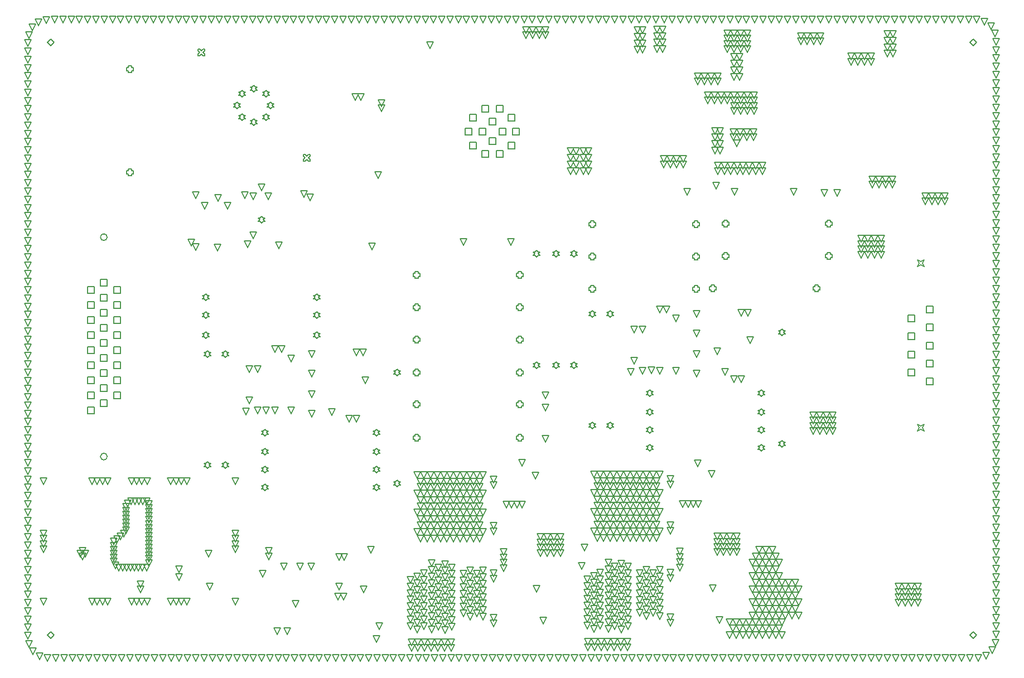
<source format=gbr>
%TF.GenerationSoftware,Altium Limited,Altium Designer,24.2.2 (26)*%
G04 Layer_Color=2752767*
%FSLAX45Y45*%
%MOMM*%
%TF.SameCoordinates,B61E387C-C652-4A73-A4A4-6DD95E315EF5*%
%TF.FilePolarity,Positive*%
%TF.FileFunction,Drawing*%
%TF.Part,Single*%
G01*
G75*
%TA.AperFunction,NonConductor*%
%ADD123C,0.12700*%
%ADD208C,0.16933*%
D123*
X4274600Y11674600D02*
Y11649200D01*
X4325400D01*
Y11674600D01*
X4350800D01*
Y11725400D01*
X4325400D01*
Y11750800D01*
X4274600D01*
Y11725400D01*
X4249200D01*
Y11674600D01*
X4274600D01*
Y10104600D02*
Y10079200D01*
X4325400D01*
Y10104600D01*
X4350800D01*
Y10155400D01*
X4325400D01*
Y10180800D01*
X4274600D01*
Y10155400D01*
X4249200D01*
Y10104600D01*
X4274600D01*
X6182000Y11350200D02*
X6207400Y11375600D01*
X6232800D01*
X6207400Y11401000D01*
X6232800Y11426400D01*
X6207400D01*
X6182000Y11451800D01*
X6156600Y11426400D01*
X6131200D01*
X6156600Y11401000D01*
X6131200Y11375600D01*
X6156600D01*
X6182000Y11350200D01*
Y10842200D02*
X6207400Y10867600D01*
X6232800D01*
X6207400Y10893000D01*
X6232800Y10918400D01*
X6207400D01*
X6182000Y10943800D01*
X6156600Y10918400D01*
X6131200D01*
X6156600Y10893000D01*
X6131200Y10867600D01*
X6156600D01*
X6182000Y10842200D01*
X5928000Y11096200D02*
X5953400Y11121600D01*
X5978800D01*
X5953400Y11147000D01*
X5978800Y11172400D01*
X5953400D01*
X5928000Y11197800D01*
X5902600Y11172400D01*
X5877200D01*
X5902600Y11147000D01*
X5877200Y11121600D01*
X5902600D01*
X5928000Y11096200D01*
X6436000D02*
X6461400Y11121600D01*
X6486800D01*
X6461400Y11147000D01*
X6486800Y11172400D01*
X6461400D01*
X6436000Y11197800D01*
X6410600Y11172400D01*
X6385200D01*
X6410600Y11147000D01*
X6385200Y11121600D01*
X6410600D01*
X6436000Y11096200D01*
X6002395Y11275805D02*
X6027795Y11301205D01*
X6053195D01*
X6027795Y11326605D01*
X6053195Y11352005D01*
X6027795D01*
X6002395Y11377405D01*
X5976995Y11352005D01*
X5951595D01*
X5976995Y11326605D01*
X5951595Y11301205D01*
X5976995D01*
X6002395Y11275805D01*
X6361605D02*
X6387005Y11301205D01*
X6412405D01*
X6387005Y11326605D01*
X6412405Y11352005D01*
X6387005D01*
X6361605Y11377405D01*
X6336205Y11352005D01*
X6310805D01*
X6336205Y11326605D01*
X6310805Y11301205D01*
X6336205D01*
X6361605Y11275805D01*
X6002395Y10916595D02*
X6027795Y10941995D01*
X6053195D01*
X6027795Y10967395D01*
X6053195Y10992795D01*
X6027795D01*
X6002395Y11018195D01*
X5976995Y10992795D01*
X5951595D01*
X5976995Y10967395D01*
X5951595Y10941995D01*
X5976995D01*
X6002395Y10916595D01*
X6361605D02*
X6387005Y10941995D01*
X6412405D01*
X6387005Y10967395D01*
X6412405Y10992795D01*
X6387005D01*
X6361605Y11018195D01*
X6336205Y10992795D01*
X6310805D01*
X6336205Y10967395D01*
X6310805Y10941995D01*
X6336205D01*
X6361605Y10916595D01*
X10040446Y10487597D02*
Y10589197D01*
X10142046D01*
Y10487597D01*
X10040446D01*
X9860446Y10356820D02*
Y10458420D01*
X9962046D01*
Y10356820D01*
X9860446D01*
X9637954D02*
Y10458420D01*
X9739554D01*
Y10356820D01*
X9637954D01*
X9457954Y10487597D02*
Y10589197D01*
X9559554D01*
Y10487597D01*
X9457954D01*
Y10910803D02*
Y11012403D01*
X9559554D01*
Y10910803D01*
X9457954D01*
X9637954Y11041580D02*
Y11143180D01*
X9739554D01*
Y11041580D01*
X9637954D01*
X10040446Y10910803D02*
Y11012403D01*
X10142046D01*
Y10910803D01*
X10040446D01*
X9860446Y11041580D02*
Y11143180D01*
X9962046D01*
Y11041580D01*
X9860446D01*
X9749200Y10849200D02*
Y10950800D01*
X9850800D01*
Y10849200D01*
X9749200D01*
Y10549200D02*
Y10650800D01*
X9850800D01*
Y10549200D01*
X9749200D01*
X9599200Y10699200D02*
Y10800800D01*
X9700800D01*
Y10699200D01*
X9599200D01*
X9389200D02*
Y10800800D01*
X9490800D01*
Y10699200D01*
X9389200D01*
X10109200D02*
Y10800800D01*
X10210800D01*
Y10699200D01*
X10109200D01*
X9899200D02*
Y10800800D01*
X10000800D01*
Y10699200D01*
X9899200D01*
X5748021Y5633203D02*
X5773421Y5658603D01*
X5798821D01*
X5773421Y5684003D01*
X5798821Y5709403D01*
X5773421D01*
X5748021Y5734803D01*
X5722621Y5709403D01*
X5697221D01*
X5722621Y5684003D01*
X5697221Y5658603D01*
X5722621D01*
X5748021Y5633203D01*
Y7323203D02*
X5773421Y7348603D01*
X5798821D01*
X5773421Y7374003D01*
X5798821Y7399403D01*
X5773421D01*
X5748021Y7424803D01*
X5722621Y7399403D01*
X5697221D01*
X5722621Y7374003D01*
X5697221Y7348603D01*
X5722621D01*
X5748021Y7323203D01*
X8038021Y5563202D02*
X8063421Y5588602D01*
X8088821D01*
X8063421Y5614002D01*
X8088821Y5639402D01*
X8063421D01*
X8038021Y5664802D01*
X8012621Y5639402D01*
X7987221D01*
X8012621Y5614002D01*
X7987221Y5588602D01*
X8012621D01*
X8038021Y5563202D01*
X6348021D02*
X6373421Y5588602D01*
X6398821D01*
X6373421Y5614002D01*
X6398821Y5639402D01*
X6373421D01*
X6348021Y5664802D01*
X6322621Y5639402D01*
X6297221D01*
X6322621Y5614002D01*
X6297221Y5588602D01*
X6322621D01*
X6348021Y5563202D01*
X10194600Y6074600D02*
Y6049200D01*
X10245400D01*
Y6074600D01*
X10270800D01*
Y6125400D01*
X10245400D01*
Y6150800D01*
X10194600D01*
Y6125400D01*
X10169200D01*
Y6074600D01*
X10194600D01*
X8624600D02*
Y6049200D01*
X8675400D01*
Y6074600D01*
X8700800D01*
Y6125400D01*
X8675400D01*
Y6150800D01*
X8624600D01*
Y6125400D01*
X8599200D01*
Y6074600D01*
X8624600D01*
X8622621Y7568602D02*
Y7543202D01*
X8673421D01*
Y7568602D01*
X8698821D01*
Y7619402D01*
X8673421D01*
Y7644802D01*
X8622621D01*
Y7619402D01*
X8597221D01*
Y7568602D01*
X8622621D01*
X10192621D02*
Y7543202D01*
X10243421D01*
Y7568602D01*
X10268821D01*
Y7619402D01*
X10243421D01*
Y7644802D01*
X10192621D01*
Y7619402D01*
X10167221D01*
Y7568602D01*
X10192621D01*
X8622621Y8058602D02*
Y8033202D01*
X8673421D01*
Y8058602D01*
X8698821D01*
Y8109402D01*
X8673421D01*
Y8134802D01*
X8622621D01*
Y8109402D01*
X8597221D01*
Y8058602D01*
X8622621D01*
X10192621D02*
Y8033202D01*
X10243421D01*
Y8058602D01*
X10268821D01*
Y8109402D01*
X10243421D01*
Y8134802D01*
X10192621D01*
Y8109402D01*
X10167221D01*
Y8058602D01*
X10192621D01*
X10192621Y6578602D02*
Y6553202D01*
X10243421D01*
Y6578602D01*
X10268821D01*
Y6629402D01*
X10243421D01*
Y6654802D01*
X10192621D01*
Y6629402D01*
X10167221D01*
Y6578602D01*
X10192621D01*
X8622621D02*
Y6553202D01*
X8673421D01*
Y6578602D01*
X8698821D01*
Y6629402D01*
X8673421D01*
Y6654802D01*
X8622621D01*
Y6629402D01*
X8597221D01*
Y6578602D01*
X8622621D01*
X10192621Y7068602D02*
Y7043202D01*
X10243421D01*
Y7068602D01*
X10268821D01*
Y7119402D01*
X10243421D01*
Y7144802D01*
X10192621D01*
Y7119402D01*
X10167221D01*
Y7068602D01*
X10192621D01*
X8622621D02*
Y7043202D01*
X8673421D01*
Y7068602D01*
X8698821D01*
Y7119402D01*
X8673421D01*
Y7144802D01*
X8622621D01*
Y7119402D01*
X8597221D01*
Y7068602D01*
X8622621D01*
X10192621Y8548602D02*
Y8523202D01*
X10243421D01*
Y8548602D01*
X10268821D01*
Y8599402D01*
X10243421D01*
Y8624802D01*
X10192621D01*
Y8599402D01*
X10167221D01*
Y8548602D01*
X10192621D01*
X8622621D02*
Y8523202D01*
X8673421D01*
Y8548602D01*
X8698821D01*
Y8599402D01*
X8673421D01*
Y8624802D01*
X8622621D01*
Y8599402D01*
X8597221D01*
Y8548602D01*
X8622621D01*
X7135997Y7609200D02*
X7161397Y7634600D01*
X7186797D01*
X7161397Y7660000D01*
X7186797Y7685400D01*
X7161397D01*
X7135997Y7710800D01*
X7110597Y7685400D01*
X7085197D01*
X7110597Y7660000D01*
X7085197Y7634600D01*
X7110597D01*
X7135997Y7609200D01*
X5445997D02*
X5471397Y7634600D01*
X5496797D01*
X5471397Y7660000D01*
X5496797Y7685400D01*
X5471397D01*
X5445997Y7710800D01*
X5420597Y7685400D01*
X5395197D01*
X5420597Y7660000D01*
X5395197Y7634600D01*
X5420597D01*
X5445997Y7609200D01*
X5445998Y7909200D02*
X5471398Y7934600D01*
X5496798D01*
X5471398Y7960000D01*
X5496798Y7985400D01*
X5471398D01*
X5445998Y8010800D01*
X5420598Y7985400D01*
X5395198D01*
X5420598Y7960000D01*
X5395198Y7934600D01*
X5420598D01*
X5445998Y7909200D01*
X7135998D02*
X7161398Y7934600D01*
X7186798D01*
X7161398Y7960000D01*
X7186798Y7985400D01*
X7161398D01*
X7135998Y8010800D01*
X7110598Y7985400D01*
X7085198D01*
X7110598Y7960000D01*
X7085198Y7934600D01*
X7110598D01*
X7135998Y7909200D01*
X5445998Y8179201D02*
X5471398Y8204601D01*
X5496798D01*
X5471398Y8230001D01*
X5496798Y8255401D01*
X5471398D01*
X5445998Y8280801D01*
X5420598Y8255401D01*
X5395198D01*
X5420598Y8230001D01*
X5395198Y8204601D01*
X5420598D01*
X5445998Y8179201D01*
X7135998D02*
X7161398Y8204601D01*
X7186798D01*
X7161398Y8230001D01*
X7186798Y8255401D01*
X7161398D01*
X7135998Y8280801D01*
X7110598Y8255401D01*
X7085198D01*
X7110598Y8230001D01*
X7085198Y8204601D01*
X7110598D01*
X7135998Y8179201D01*
X5478021Y5633203D02*
X5503421Y5658603D01*
X5528821D01*
X5503421Y5684003D01*
X5528821Y5709403D01*
X5503421D01*
X5478021Y5734803D01*
X5452621Y5709403D01*
X5427221D01*
X5452621Y5684003D01*
X5427221Y5658603D01*
X5452621D01*
X5478021Y5633203D01*
Y7323203D02*
X5503421Y7348603D01*
X5528821D01*
X5503421Y7374003D01*
X5528821Y7399403D01*
X5503421D01*
X5478021Y7424803D01*
X5452621Y7399403D01*
X5427221D01*
X5452621Y7374003D01*
X5427221Y7348603D01*
X5452621D01*
X5478021Y7323203D01*
X8358021Y7043202D02*
X8383421Y7068602D01*
X8408821D01*
X8383421Y7094002D01*
X8408821Y7119402D01*
X8383421D01*
X8358021Y7144802D01*
X8332621Y7119402D01*
X8307221D01*
X8332621Y7094002D01*
X8307221Y7068602D01*
X8332621D01*
X8358021Y7043202D01*
Y5353202D02*
X8383421Y5378602D01*
X8408821D01*
X8383421Y5404002D01*
X8408821Y5429402D01*
X8383421D01*
X8358021Y5454802D01*
X8332621Y5429402D01*
X8307221D01*
X8332621Y5404002D01*
X8307221Y5378602D01*
X8332621D01*
X8358021Y5353202D01*
X6348021Y6123202D02*
X6373421Y6148602D01*
X6398821D01*
X6373421Y6174002D01*
X6398821Y6199402D01*
X6373421D01*
X6348021Y6224802D01*
X6322621Y6199402D01*
X6297221D01*
X6322621Y6174002D01*
X6297221Y6148602D01*
X6322621D01*
X6348021Y6123202D01*
X8038021D02*
X8063421Y6148602D01*
X8088821D01*
X8063421Y6174002D01*
X8088821Y6199402D01*
X8063421D01*
X8038021Y6224802D01*
X8012621Y6199402D01*
X7987221D01*
X8012621Y6174002D01*
X7987221Y6148602D01*
X8012621D01*
X8038021Y6123202D01*
Y5293202D02*
X8063421Y5318602D01*
X8088821D01*
X8063421Y5344002D01*
X8088821Y5369402D01*
X8063421D01*
X8038021Y5394802D01*
X8012621Y5369402D01*
X7987221D01*
X8012621Y5344002D01*
X7987221Y5318602D01*
X8012621D01*
X8038021Y5293202D01*
X6348021D02*
X6373421Y5318602D01*
X6398821D01*
X6373421Y5344002D01*
X6398821Y5369402D01*
X6373421D01*
X6348021Y5394802D01*
X6322621Y5369402D01*
X6297221D01*
X6322621Y5344002D01*
X6297221Y5318602D01*
X6322621D01*
X6348021Y5293202D01*
X8038021Y5833202D02*
X8063421Y5858602D01*
X8088821D01*
X8063421Y5884002D01*
X8088821Y5909402D01*
X8063421D01*
X8038021Y5934802D01*
X8012621Y5909402D01*
X7987221D01*
X8012621Y5884002D01*
X7987221Y5858602D01*
X8012621D01*
X8038021Y5833202D01*
X6348021D02*
X6373421Y5858602D01*
X6398821D01*
X6373421Y5884002D01*
X6398821Y5909402D01*
X6373421D01*
X6348021Y5934802D01*
X6322621Y5909402D01*
X6297221D01*
X6322621Y5884002D01*
X6297221Y5858602D01*
X6322621D01*
X6348021Y5833202D01*
X12190000Y6169200D02*
X12215400Y6194600D01*
X12240800D01*
X12215400Y6220000D01*
X12240800Y6245400D01*
X12215400D01*
X12190000Y6270800D01*
X12164600Y6245400D01*
X12139200D01*
X12164600Y6220000D01*
X12139200Y6194600D01*
X12164600D01*
X12190000Y6169200D01*
X13880000D02*
X13905400Y6194600D01*
X13930800D01*
X13905400Y6220000D01*
X13930800Y6245400D01*
X13905400D01*
X13880000Y6270800D01*
X13854601Y6245400D01*
X13829201D01*
X13854601Y6220000D01*
X13829201Y6194600D01*
X13854601D01*
X13880000Y6169200D01*
X12190000Y5899200D02*
X12215400Y5924600D01*
X12240800D01*
X12215400Y5950000D01*
X12240800Y5975400D01*
X12215400D01*
X12190000Y6000800D01*
X12164600Y5975400D01*
X12139200D01*
X12164600Y5950000D01*
X12139200Y5924600D01*
X12164600D01*
X12190000Y5899200D01*
X13880000D02*
X13905400Y5924600D01*
X13930800D01*
X13905400Y5950000D01*
X13930800Y5975400D01*
X13905400D01*
X13880000Y6000800D01*
X13854601Y5975400D01*
X13829201D01*
X13854601Y5950000D01*
X13829201Y5924600D01*
X13854601D01*
X13880000Y5899200D01*
X3653200Y8292200D02*
Y8393800D01*
X3754800D01*
Y8292200D01*
X3653200D01*
Y8063600D02*
Y8165200D01*
X3754800D01*
Y8063600D01*
X3653200D01*
Y7835000D02*
Y7936600D01*
X3754800D01*
Y7835000D01*
X3653200D01*
Y7606400D02*
Y7708000D01*
X3754800D01*
Y7606400D01*
X3653200D01*
Y7377800D02*
Y7479400D01*
X3754800D01*
Y7377800D01*
X3653200D01*
Y7149200D02*
Y7250800D01*
X3754800D01*
Y7149200D01*
X3653200D01*
Y6920600D02*
Y7022200D01*
X3754800D01*
Y6920600D01*
X3653200D01*
Y6692000D02*
Y6793600D01*
X3754800D01*
Y6692000D01*
X3653200D01*
Y6463200D02*
Y6564800D01*
X3754800D01*
Y6463200D01*
X3653200D01*
X3851200Y8406500D02*
Y8508100D01*
X3952800D01*
Y8406500D01*
X3851200D01*
Y8177900D02*
Y8279500D01*
X3952800D01*
Y8177900D01*
X3851200D01*
Y7949300D02*
Y8050900D01*
X3952800D01*
Y7949300D01*
X3851200D01*
Y7720700D02*
Y7822300D01*
X3952800D01*
Y7720700D01*
X3851200D01*
Y7492100D02*
Y7593700D01*
X3952800D01*
Y7492100D01*
X3851200D01*
Y7263500D02*
Y7365100D01*
X3952800D01*
Y7263500D01*
X3851200D01*
Y7034900D02*
Y7136500D01*
X3952800D01*
Y7034900D01*
X3851200D01*
Y6806300D02*
Y6907900D01*
X3952800D01*
Y6806300D01*
X3851200D01*
Y6577700D02*
Y6679300D01*
X3952800D01*
Y6577700D01*
X3851200D01*
X4049200Y8292200D02*
Y8393800D01*
X4150800D01*
Y8292200D01*
X4049200D01*
Y8063600D02*
Y8165200D01*
X4150800D01*
Y8063600D01*
X4049200D01*
Y7835000D02*
Y7936600D01*
X4150800D01*
Y7835000D01*
X4049200D01*
Y7606400D02*
Y7708000D01*
X4150800D01*
Y7606400D01*
X4049200D01*
Y7377800D02*
Y7479400D01*
X4150800D01*
Y7377800D01*
X4049200D01*
Y7149200D02*
Y7250800D01*
X4150800D01*
Y7149200D01*
X4049200D01*
Y6920600D02*
Y7022200D01*
X4150800D01*
Y6920600D01*
X4049200D01*
Y6692000D02*
Y6793600D01*
X4150800D01*
Y6692000D01*
X4049200D01*
X11320000Y6239200D02*
X11345400Y6264600D01*
X11370800D01*
X11345400Y6290000D01*
X11370800Y6315400D01*
X11345400D01*
X11320000Y6340800D01*
X11294600Y6315400D01*
X11269200D01*
X11294600Y6290000D01*
X11269200Y6264600D01*
X11294600D01*
X11320000Y6239200D01*
Y7929200D02*
X11345400Y7954600D01*
X11370800D01*
X11345400Y7980000D01*
X11370800Y8005400D01*
X11345400D01*
X11320000Y8030800D01*
X11294600Y8005400D01*
X11269200D01*
X11294600Y7980000D01*
X11269200Y7954600D01*
X11294600D01*
X11320000Y7929200D01*
X11294600Y8824600D02*
Y8799200D01*
X11345400D01*
Y8824600D01*
X11370800D01*
Y8875400D01*
X11345400D01*
Y8900800D01*
X11294600D01*
Y8875400D01*
X11269200D01*
Y8824600D01*
X11294600D01*
X12864600D02*
Y8799200D01*
X12915401D01*
Y8824600D01*
X12940800D01*
Y8875400D01*
X12915401D01*
Y8900800D01*
X12864600D01*
Y8875400D01*
X12839200D01*
Y8824600D01*
X12864600D01*
X12190000Y6729200D02*
X12215400Y6754600D01*
X12240800D01*
X12215400Y6780000D01*
X12240800Y6805400D01*
X12215400D01*
X12190000Y6830800D01*
X12164600Y6805400D01*
X12139200D01*
X12164600Y6780000D01*
X12139200Y6754600D01*
X12164600D01*
X12190000Y6729200D01*
X13880000D02*
X13905400Y6754600D01*
X13930800D01*
X13905400Y6780000D01*
X13930800Y6805400D01*
X13905400D01*
X13880000Y6830800D01*
X13854601Y6805400D01*
X13829201D01*
X13854601Y6780000D01*
X13829201Y6754600D01*
X13854601D01*
X13880000Y6729200D01*
X14884599Y8834600D02*
Y8809200D01*
X14935400D01*
Y8834600D01*
X14960800D01*
Y8885400D01*
X14935400D01*
Y8910800D01*
X14884599D01*
Y8885400D01*
X14859200D01*
Y8834600D01*
X14884599D01*
X13314600D02*
Y8809200D01*
X13365401D01*
Y8834600D01*
X13390800D01*
Y8885400D01*
X13365401D01*
Y8910800D01*
X13314600D01*
Y8885400D01*
X13289200D01*
Y8834600D01*
X13314600D01*
X12864600Y9314600D02*
Y9289200D01*
X12915401D01*
Y9314600D01*
X12940800D01*
Y9365400D01*
X12915401D01*
Y9390800D01*
X12864600D01*
Y9365400D01*
X12839200D01*
Y9314600D01*
X12864600D01*
X11294600D02*
Y9289200D01*
X11345400D01*
Y9314600D01*
X11370800D01*
Y9365400D01*
X11345400D01*
Y9390800D01*
X11294600D01*
Y9365400D01*
X11269200D01*
Y9314600D01*
X11294600D01*
X14884599Y9324600D02*
Y9299200D01*
X14935400D01*
Y9324600D01*
X14960800D01*
Y9375400D01*
X14935400D01*
Y9400800D01*
X14884599D01*
Y9375400D01*
X14859200D01*
Y9324600D01*
X14884599D01*
X13314600D02*
Y9299200D01*
X13365401D01*
Y9324600D01*
X13390800D01*
Y9375400D01*
X13365401D01*
Y9400800D01*
X13314600D01*
Y9375400D01*
X13289200D01*
Y9324600D01*
X13314600D01*
X14200000Y7649200D02*
X14225400Y7674600D01*
X14250800D01*
X14225400Y7700000D01*
X14250800Y7725400D01*
X14225400D01*
X14200000Y7750800D01*
X14174600Y7725400D01*
X14149200D01*
X14174600Y7700000D01*
X14149200Y7674600D01*
X14174600D01*
X14200000Y7649200D01*
Y5959200D02*
X14225400Y5984600D01*
X14250800D01*
X14225400Y6010000D01*
X14250800Y6035400D01*
X14225400D01*
X14200000Y6060800D01*
X14174600Y6035400D01*
X14149200D01*
X14174600Y6010000D01*
X14149200Y5984600D01*
X14174600D01*
X14200000Y5959200D01*
X11590000Y6239200D02*
X11615400Y6264600D01*
X11640800D01*
X11615400Y6290000D01*
X11640800Y6315400D01*
X11615400D01*
X11590000Y6340800D01*
X11564600Y6315400D01*
X11539200D01*
X11564600Y6290000D01*
X11539200Y6264600D01*
X11564600D01*
X11590000Y6239200D01*
Y7929200D02*
X11615400Y7954600D01*
X11640800D01*
X11615400Y7980000D01*
X11640800Y8005400D01*
X11615400D01*
X11590000Y8030800D01*
X11564600Y8005400D01*
X11539200D01*
X11564600Y7980000D01*
X11539200Y7954600D01*
X11564600D01*
X11590000Y7929200D01*
X10770000Y8839200D02*
X10795400Y8864600D01*
X10820800D01*
X10795400Y8890000D01*
X10820800Y8915400D01*
X10795400D01*
X10770000Y8940800D01*
X10744600Y8915400D01*
X10719200D01*
X10744600Y8890000D01*
X10719200Y8864600D01*
X10744600D01*
X10770000Y8839200D01*
Y7149200D02*
X10795400Y7174600D01*
X10820800D01*
X10795400Y7200000D01*
X10820800Y7225400D01*
X10795400D01*
X10770000Y7250800D01*
X10744600Y7225400D01*
X10719200D01*
X10744600Y7200000D01*
X10719200Y7174600D01*
X10744600D01*
X10770000Y7149200D01*
X11040000Y8839200D02*
X11065400Y8864600D01*
X11090800D01*
X11065400Y8890000D01*
X11090800Y8915400D01*
X11065400D01*
X11040000Y8940800D01*
X11014600Y8915400D01*
X10989200D01*
X11014600Y8890000D01*
X10989200Y8864600D01*
X11014600D01*
X11040000Y8839200D01*
Y7149200D02*
X11065400Y7174600D01*
X11090800D01*
X11065400Y7200000D01*
X11090800Y7225400D01*
X11065400D01*
X11040000Y7250800D01*
X11014600Y7225400D01*
X10989200D01*
X11014600Y7200000D01*
X10989200Y7174600D01*
X11014600D01*
X11040000Y7149200D01*
X11294600Y8334600D02*
Y8309200D01*
X11345400D01*
Y8334600D01*
X11370800D01*
Y8385400D01*
X11345400D01*
Y8410800D01*
X11294600D01*
Y8385400D01*
X11269200D01*
Y8334600D01*
X11294600D01*
X12864600D02*
Y8309200D01*
X12915401D01*
Y8334600D01*
X12940800D01*
Y8385400D01*
X12915401D01*
Y8410800D01*
X12864600D01*
Y8385400D01*
X12839200D01*
Y8334600D01*
X12864600D01*
X10470000Y7149200D02*
X10495400Y7174600D01*
X10520800D01*
X10495400Y7200000D01*
X10520800Y7225400D01*
X10495400D01*
X10470000Y7250800D01*
X10444600Y7225400D01*
X10419200D01*
X10444600Y7200000D01*
X10419200Y7174600D01*
X10444600D01*
X10470000Y7149200D01*
Y8839200D02*
X10495400Y8864600D01*
X10520800D01*
X10495400Y8890000D01*
X10520800Y8915400D01*
X10495400D01*
X10470000Y8940800D01*
X10444600Y8915400D01*
X10419200D01*
X10444600Y8890000D01*
X10419200Y8864600D01*
X10444600D01*
X10470000Y8839200D01*
X14694600Y8344600D02*
Y8319200D01*
X14745399D01*
Y8344600D01*
X14770799D01*
Y8395400D01*
X14745399D01*
Y8420800D01*
X14694600D01*
Y8395400D01*
X14669200D01*
Y8344600D01*
X14694600D01*
X13124600D02*
Y8319200D01*
X13175400D01*
Y8344600D01*
X13200800D01*
Y8395400D01*
X13175400D01*
Y8420800D01*
X13124600D01*
Y8395400D01*
X13099200D01*
Y8344600D01*
X13124600D01*
X13880000Y6439200D02*
X13905400Y6464600D01*
X13930800D01*
X13905400Y6490000D01*
X13930800Y6515400D01*
X13905400D01*
X13880000Y6540800D01*
X13854601Y6515400D01*
X13829201D01*
X13854601Y6490000D01*
X13829201Y6464600D01*
X13854601D01*
X13880000Y6439200D01*
X12190000D02*
X12215400Y6464600D01*
X12240800D01*
X12215400Y6490000D01*
X12240800Y6515400D01*
X12215400D01*
X12190000Y6540800D01*
X12164600Y6515400D01*
X12139200D01*
X12164600Y6490000D01*
X12139200Y6464600D01*
X12164600D01*
X12190000Y6439200D01*
X16107201Y7860200D02*
Y7961800D01*
X16208800D01*
Y7860200D01*
X16107201D01*
Y7586200D02*
Y7687800D01*
X16208800D01*
Y7586200D01*
X16107201D01*
Y7312200D02*
Y7413800D01*
X16208800D01*
Y7312200D01*
X16107201D01*
Y7038200D02*
Y7139800D01*
X16208800D01*
Y7038200D01*
X16107201D01*
X16391200Y7997200D02*
Y8098800D01*
X16492799D01*
Y7997200D01*
X16391200D01*
Y7723200D02*
Y7824800D01*
X16492799D01*
Y7723200D01*
X16391200D01*
Y7449200D02*
Y7550800D01*
X16492799D01*
Y7449200D01*
X16391200D01*
Y7175200D02*
Y7276800D01*
X16492799D01*
Y7175200D01*
X16391200D01*
Y6901200D02*
Y7002800D01*
X16492799D01*
Y6901200D01*
X16391200D01*
X16249200Y8698700D02*
X16274600Y8749500D01*
X16249200Y8800300D01*
X16300000Y8774900D01*
X16350800Y8800300D01*
X16325400Y8749500D01*
X16350800Y8698700D01*
X16300000Y8724100D01*
X16249200Y8698700D01*
Y6199700D02*
X16274600Y6250500D01*
X16249200Y6301300D01*
X16300000Y6275900D01*
X16350800Y6301300D01*
X16325400Y6250500D01*
X16350800Y6199700D01*
X16300000Y6225100D01*
X16249200Y6199700D01*
X6927670Y10302394D02*
X6953070D01*
X6978470Y10327794D01*
X7003870Y10302394D01*
X7029270D01*
Y10327794D01*
X7003870Y10353194D01*
X7029270Y10378594D01*
Y10403994D01*
X7003870D01*
X6978470Y10378594D01*
X6953070Y10403994D01*
X6927670D01*
Y10378594D01*
X6953070Y10353194D01*
X6927670Y10327794D01*
Y10302394D01*
X5331200Y11896200D02*
X5356600D01*
X5382000Y11921600D01*
X5407400Y11896200D01*
X5432800D01*
Y11921600D01*
X5407400Y11947000D01*
X5432800Y11972400D01*
Y11997800D01*
X5407400D01*
X5382000Y11972400D01*
X5356600Y11997800D01*
X5331200D01*
Y11972400D01*
X5356600Y11947000D01*
X5331200Y11921600D01*
Y11896200D01*
X17049200Y12100000D02*
X17100000Y12150800D01*
X17150800Y12100000D01*
X17100000Y12049200D01*
X17049200Y12100000D01*
Y3100000D02*
X17100000Y3150800D01*
X17150800Y3100000D01*
X17100000Y3049200D01*
X17049200Y3100000D01*
X3049200D02*
X3100000Y3150800D01*
X3150800Y3100000D01*
X3100000Y3049200D01*
X3049200Y3100000D01*
Y12100000D02*
X3100000Y12150800D01*
X3150800Y12100000D01*
X3100000Y12049200D01*
X3049200Y12100000D01*
X7470000Y3789200D02*
X7419200Y3890800D01*
X7520800D01*
X7470000Y3789200D01*
X16570000Y9639200D02*
X16519200Y9740800D01*
X16620799D01*
X16570000Y9639200D01*
X16470000D02*
X16419200Y9740800D01*
X16520799D01*
X16470000Y9639200D01*
Y9719200D02*
X16419200Y9820800D01*
X16520799D01*
X16470000Y9719200D01*
X16570000D02*
X16519200Y9820800D01*
X16620799D01*
X16570000Y9719200D01*
X15963000Y3705200D02*
X15912199Y3806800D01*
X16013800D01*
X15963000Y3705200D01*
X16063000D02*
X16012199Y3806800D01*
X16113800D01*
X16063000Y3705200D01*
X15963000Y3785200D02*
X15912199Y3886800D01*
X16013800D01*
X15963000Y3785200D01*
X16163000D02*
X16112199Y3886800D01*
X16213800D01*
X16163000Y3785200D01*
Y3705200D02*
X16112199Y3806800D01*
X16213800D01*
X16163000Y3705200D01*
X16263000D02*
X16212199Y3806800D01*
X16313800D01*
X16263000Y3705200D01*
X16063000Y3785200D02*
X16012199Y3886800D01*
X16113800D01*
X16063000Y3785200D01*
X16263000D02*
X16212199Y3886800D01*
X16313800D01*
X16263000Y3785200D01*
X15963000Y3545200D02*
X15912199Y3646800D01*
X16013800D01*
X15963000Y3545200D01*
Y3625200D02*
X15912199Y3726800D01*
X16013800D01*
X15963000Y3625200D01*
X16263000D02*
X16212199Y3726800D01*
X16313800D01*
X16263000Y3625200D01*
X16063000Y3545200D02*
X16012199Y3646800D01*
X16113800D01*
X16063000Y3545200D01*
X16163000D02*
X16112199Y3646800D01*
X16213800D01*
X16163000Y3545200D01*
X16263000D02*
X16212199Y3646800D01*
X16313800D01*
X16263000Y3545200D01*
X16063000Y3625200D02*
X16012199Y3726800D01*
X16113800D01*
X16063000Y3625200D01*
X16163000D02*
X16112199Y3726800D01*
X16213800D01*
X16163000Y3625200D01*
X8850000Y12009200D02*
X8799200Y12110800D01*
X8900800D01*
X8850000Y12009200D01*
X13200000Y9879200D02*
X13149200Y9980800D01*
X13250800D01*
X13200000Y9879200D01*
X14400008Y3849202D02*
X14349208Y3950802D01*
X14450809D01*
X14400008Y3849202D01*
X14450008Y3749202D02*
X14399208Y3850802D01*
X14500809D01*
X14450008Y3749202D01*
X14400008Y3649202D02*
X14349208Y3750802D01*
X14450809D01*
X14400008Y3649202D01*
X14450008Y3549202D02*
X14399208Y3650802D01*
X14500809D01*
X14450008Y3549202D01*
X14400008Y3449202D02*
X14349208Y3550802D01*
X14450809D01*
X14400008Y3449202D01*
X14450008Y3349202D02*
X14399208Y3450802D01*
X14500809D01*
X14450008Y3349202D01*
X14300008Y3849202D02*
X14249208Y3950802D01*
X14350809D01*
X14300008Y3849202D01*
X14350008Y3749202D02*
X14299208Y3850802D01*
X14400809D01*
X14350008Y3749202D01*
X14300008Y3649202D02*
X14249208Y3750802D01*
X14350809D01*
X14300008Y3649202D01*
X14350008Y3549202D02*
X14299208Y3650802D01*
X14400809D01*
X14350008Y3549202D01*
X14300008Y3449202D02*
X14249208Y3550802D01*
X14350809D01*
X14300008Y3449202D01*
X14350008Y3349202D02*
X14299208Y3450802D01*
X14400809D01*
X14350008Y3349202D01*
X14200008Y3849202D02*
X14149208Y3950802D01*
X14250809D01*
X14200008Y3849202D01*
X14250008Y3749202D02*
X14199208Y3850802D01*
X14300809D01*
X14250008Y3749202D01*
X14200008Y3649202D02*
X14149208Y3750802D01*
X14250809D01*
X14200008Y3649202D01*
X14250008Y3549202D02*
X14199208Y3650802D01*
X14300809D01*
X14250008Y3549202D01*
X14200008Y3449202D02*
X14149208Y3550802D01*
X14250809D01*
X14200008Y3449202D01*
X14250008Y3349202D02*
X14199208Y3450802D01*
X14300809D01*
X14250008Y3349202D01*
X14200008Y3249202D02*
X14149208Y3350802D01*
X14250809D01*
X14200008Y3249202D01*
Y3049202D02*
X14149208Y3150802D01*
X14250809D01*
X14200008Y3049202D01*
X14100008Y4249202D02*
X14049208Y4350802D01*
X14150809D01*
X14100008Y4249202D01*
X14150008Y4149202D02*
X14099208Y4250802D01*
X14200809D01*
X14150008Y4149202D01*
X14100008Y4049202D02*
X14049208Y4150802D01*
X14150809D01*
X14100008Y4049202D01*
X14150008Y3949202D02*
X14099208Y4050802D01*
X14200809D01*
X14150008Y3949202D01*
X14100008Y3849202D02*
X14049208Y3950802D01*
X14150809D01*
X14100008Y3849202D01*
X14150008Y3749202D02*
X14099208Y3850802D01*
X14200809D01*
X14150008Y3749202D01*
X14100008Y3649202D02*
X14049208Y3750802D01*
X14150809D01*
X14100008Y3649202D01*
X14150008Y3549202D02*
X14099208Y3650802D01*
X14200809D01*
X14150008Y3549202D01*
X14100008Y3449202D02*
X14049208Y3550802D01*
X14150809D01*
X14100008Y3449202D01*
X14150008Y3349202D02*
X14099208Y3450802D01*
X14200809D01*
X14150008Y3349202D01*
X14100008Y3249202D02*
X14049208Y3350802D01*
X14150809D01*
X14100008Y3249202D01*
X14150008Y3149202D02*
X14099208Y3250802D01*
X14200809D01*
X14150008Y3149202D01*
X14100008Y3049202D02*
X14049208Y3150802D01*
X14150809D01*
X14100008Y3049202D01*
X14050008Y4349202D02*
X13999207Y4450802D01*
X14100807D01*
X14050008Y4349202D01*
X14000008Y4249202D02*
X13949208Y4350802D01*
X14050809D01*
X14000008Y4249202D01*
X14050008Y4149202D02*
X13999207Y4250802D01*
X14100807D01*
X14050008Y4149202D01*
X14000008Y4049202D02*
X13949208Y4150802D01*
X14050809D01*
X14000008Y4049202D01*
X14050008Y3949202D02*
X13999207Y4050802D01*
X14100807D01*
X14050008Y3949202D01*
X14000008Y3849202D02*
X13949208Y3950802D01*
X14050809D01*
X14000008Y3849202D01*
X14050008Y3749202D02*
X13999207Y3850802D01*
X14100807D01*
X14050008Y3749202D01*
X14000008Y3649202D02*
X13949208Y3750802D01*
X14050809D01*
X14000008Y3649202D01*
X14050008Y3549202D02*
X13999207Y3650802D01*
X14100807D01*
X14050008Y3549202D01*
X14000008Y3449202D02*
X13949208Y3550802D01*
X14050809D01*
X14000008Y3449202D01*
X14050008Y3349202D02*
X13999207Y3450802D01*
X14100807D01*
X14050008Y3349202D01*
X14000008Y3249202D02*
X13949208Y3350802D01*
X14050809D01*
X14000008Y3249202D01*
X14050008Y3149202D02*
X13999207Y3250802D01*
X14100807D01*
X14050008Y3149202D01*
X14000008Y3049202D02*
X13949208Y3150802D01*
X14050809D01*
X14000008Y3049202D01*
X13950008Y4349202D02*
X13899207Y4450802D01*
X14000807D01*
X13950008Y4349202D01*
X13900008Y4249202D02*
X13849208Y4350802D01*
X13950809D01*
X13900008Y4249202D01*
X13950008Y4149202D02*
X13899207Y4250802D01*
X14000807D01*
X13950008Y4149202D01*
X13900008Y4049202D02*
X13849208Y4150802D01*
X13950809D01*
X13900008Y4049202D01*
X13950008Y3949202D02*
X13899207Y4050802D01*
X14000807D01*
X13950008Y3949202D01*
X13900008Y3849202D02*
X13849208Y3950802D01*
X13950809D01*
X13900008Y3849202D01*
X13950008Y3749202D02*
X13899207Y3850802D01*
X14000807D01*
X13950008Y3749202D01*
X13900008Y3649202D02*
X13849208Y3750802D01*
X13950809D01*
X13900008Y3649202D01*
X13950008Y3549202D02*
X13899207Y3650802D01*
X14000807D01*
X13950008Y3549202D01*
X13900008Y3449202D02*
X13849208Y3550802D01*
X13950809D01*
X13900008Y3449202D01*
X13950008Y3349202D02*
X13899207Y3450802D01*
X14000807D01*
X13950008Y3349202D01*
X13900008Y3249202D02*
X13849208Y3350802D01*
X13950809D01*
X13900008Y3249202D01*
X13950008Y3149202D02*
X13899207Y3250802D01*
X14000807D01*
X13950008Y3149202D01*
X13900008Y3049202D02*
X13849208Y3150802D01*
X13950809D01*
X13900008Y3049202D01*
X13850008Y4349202D02*
X13799207Y4450802D01*
X13900807D01*
X13850008Y4349202D01*
X13800008Y4249202D02*
X13749207Y4350802D01*
X13850807D01*
X13800008Y4249202D01*
X13850008Y4149202D02*
X13799207Y4250802D01*
X13900807D01*
X13850008Y4149202D01*
X13800008Y4049202D02*
X13749207Y4150802D01*
X13850807D01*
X13800008Y4049202D01*
X13850008Y3949202D02*
X13799207Y4050802D01*
X13900807D01*
X13850008Y3949202D01*
X13800008Y3849202D02*
X13749207Y3950802D01*
X13850807D01*
X13800008Y3849202D01*
X13850008Y3749202D02*
X13799207Y3850802D01*
X13900807D01*
X13850008Y3749202D01*
X13800008Y3649202D02*
X13749207Y3750802D01*
X13850807D01*
X13800008Y3649202D01*
X13850008Y3549202D02*
X13799207Y3650802D01*
X13900807D01*
X13850008Y3549202D01*
X13800008Y3449202D02*
X13749207Y3550802D01*
X13850807D01*
X13800008Y3449202D01*
X13850008Y3349202D02*
X13799207Y3450802D01*
X13900807D01*
X13850008Y3349202D01*
X13800008Y3249202D02*
X13749207Y3350802D01*
X13850807D01*
X13800008Y3249202D01*
X13850008Y3149202D02*
X13799207Y3250802D01*
X13900807D01*
X13850008Y3149202D01*
X13800008Y3049202D02*
X13749207Y3150802D01*
X13850807D01*
X13800008Y3049202D01*
X13750008Y4149202D02*
X13699207Y4250802D01*
X13800807D01*
X13750008Y4149202D01*
Y3949202D02*
X13699207Y4050802D01*
X13800807D01*
X13750008Y3949202D01*
Y3749202D02*
X13699207Y3850802D01*
X13800807D01*
X13750008Y3749202D01*
Y3549202D02*
X13699207Y3650802D01*
X13800807D01*
X13750008Y3549202D01*
Y3349202D02*
X13699207Y3450802D01*
X13800807D01*
X13750008Y3349202D01*
X13700008Y3249202D02*
X13649207Y3350802D01*
X13750807D01*
X13700008Y3249202D01*
X13750008Y3149202D02*
X13699207Y3250802D01*
X13800807D01*
X13750008Y3149202D01*
X13700008Y3049202D02*
X13649207Y3150802D01*
X13750807D01*
X13700008Y3049202D01*
X13600008Y3249202D02*
X13549207Y3350802D01*
X13650807D01*
X13600008Y3249202D01*
X13650008Y3149202D02*
X13599207Y3250802D01*
X13700807D01*
X13650008Y3149202D01*
X13600008Y3049202D02*
X13549207Y3150802D01*
X13650807D01*
X13600008Y3049202D01*
X13500008Y3249202D02*
X13449207Y3350802D01*
X13550807D01*
X13500008Y3249202D01*
X13550008Y3149202D02*
X13499207Y3250802D01*
X13600807D01*
X13550008Y3149202D01*
X13500008Y3049202D02*
X13449207Y3150802D01*
X13550807D01*
X13500008Y3049202D01*
X13400008Y3249202D02*
X13349207Y3350802D01*
X13450807D01*
X13400008Y3249202D01*
X13450008Y3149202D02*
X13399207Y3250802D01*
X13500807D01*
X13450008Y3149202D01*
X13400008Y3049202D02*
X13349207Y3150802D01*
X13450807D01*
X13400008Y3049202D01*
X4586600Y4210300D02*
X4535800Y4311900D01*
X4637400D01*
X4586600Y4210300D01*
Y4140300D02*
X4535800Y4241900D01*
X4637400D01*
X4586600Y4140300D01*
X4556600Y4080300D02*
X4505800Y4181900D01*
X4607400D01*
X4556600Y4080300D01*
X4486600D02*
X4435800Y4181900D01*
X4537400D01*
X4486600Y4080300D01*
X4426600D02*
X4375800Y4181900D01*
X4477400D01*
X4426600Y4080300D01*
X4366600D02*
X4315800Y4181900D01*
X4417400D01*
X4366600Y4080300D01*
X4306600D02*
X4255800Y4181900D01*
X4357400D01*
X4306600Y4080300D01*
X4246600D02*
X4195800Y4181900D01*
X4297400D01*
X4246600Y4080300D01*
X4186600D02*
X4135800Y4181900D01*
X4237400D01*
X4186600Y4080300D01*
X4126600D02*
X4075800Y4181900D01*
X4177400D01*
X4126600Y4080300D01*
X4076600Y4110300D02*
X4025800Y4211900D01*
X4127400D01*
X4076600Y4110300D01*
X4056600Y4170300D02*
X4005800Y4271900D01*
X4107400D01*
X4056600Y4170300D01*
Y4230300D02*
X4005800Y4331900D01*
X4107400D01*
X4056600Y4230300D01*
Y4290300D02*
X4005800Y4391900D01*
X4107400D01*
X4056600Y4290300D01*
Y4350300D02*
X4005800Y4451900D01*
X4107400D01*
X4056600Y4350300D01*
Y4410300D02*
X4005800Y4511900D01*
X4107400D01*
X4056600Y4410300D01*
Y4470300D02*
X4005800Y4571900D01*
X4107400D01*
X4056600Y4470300D01*
X4106600Y4510300D02*
X4055800Y4611900D01*
X4157400D01*
X4106600Y4510300D01*
X4156600Y4550300D02*
X4105800Y4651900D01*
X4207400D01*
X4156600Y4550300D01*
X4206600Y4590300D02*
X4155800Y4691900D01*
X4257400D01*
X4206600Y4590300D01*
X4236600Y4640300D02*
X4185800Y4741900D01*
X4287400D01*
X4236600Y4640300D01*
Y4700299D02*
X4185800Y4801899D01*
X4287400D01*
X4236600Y4700299D01*
Y4760300D02*
X4185800Y4861900D01*
X4287400D01*
X4236600Y4760300D01*
Y4820299D02*
X4185800Y4921899D01*
X4287400D01*
X4236600Y4820299D01*
Y4880300D02*
X4185800Y4981900D01*
X4287400D01*
X4236600Y4880300D01*
Y4940299D02*
X4185800Y5041899D01*
X4287400D01*
X4236600Y4940299D01*
Y5000300D02*
X4185800Y5101900D01*
X4287400D01*
X4236600Y5000300D01*
X4266600Y5050300D02*
X4215800Y5151900D01*
X4317400D01*
X4266600Y5050300D01*
X4316600Y5080299D02*
X4265800Y5181899D01*
X4367400D01*
X4316600Y5080299D01*
X4376600D02*
X4325800Y5181899D01*
X4427400D01*
X4376600Y5080299D01*
X4436600D02*
X4385800Y5181899D01*
X4487400D01*
X4436600Y5080299D01*
X4496600D02*
X4445800Y5181899D01*
X4547400D01*
X4496600Y5080299D01*
X4556600D02*
X4505800Y5181899D01*
X4607400D01*
X4556600Y5080299D01*
X4586600Y5040300D02*
X4535800Y5141900D01*
X4637400D01*
X4586600Y5040300D01*
Y4980300D02*
X4535800Y5081900D01*
X4637400D01*
X4586600Y4980300D01*
Y4920300D02*
X4535800Y5021900D01*
X4637400D01*
X4586600Y4920300D01*
Y4860300D02*
X4535800Y4961900D01*
X4637400D01*
X4586600Y4860300D01*
Y4800300D02*
X4535800Y4901900D01*
X4637400D01*
X4586600Y4800300D01*
Y4740300D02*
X4535800Y4841900D01*
X4637400D01*
X4586600Y4740300D01*
Y4680300D02*
X4535800Y4781900D01*
X4637400D01*
X4586600Y4680300D01*
Y4620300D02*
X4535800Y4721900D01*
X4637400D01*
X4586600Y4620300D01*
Y4560299D02*
X4535800Y4661899D01*
X4637400D01*
X4586600Y4560299D01*
Y4500300D02*
X4535800Y4601900D01*
X4637400D01*
X4586600Y4500300D01*
Y4440299D02*
X4535800Y4541899D01*
X4637400D01*
X4586600Y4440299D01*
Y4380300D02*
X4535800Y4481900D01*
X4637400D01*
X4586600Y4380300D01*
Y4320299D02*
X4535800Y4421899D01*
X4637400D01*
X4586600Y4320299D01*
Y4260300D02*
X4535800Y4361900D01*
X4637400D01*
X4586600Y4260300D01*
X12500000Y3239200D02*
X12449200Y3340800D01*
X12550800D01*
X12500000Y3239200D01*
X13330000Y7049200D02*
X13279201Y7150800D01*
X13380800D01*
X13330000Y7049200D01*
X12214261Y7073300D02*
X12163461Y7174900D01*
X12265061D01*
X12214261Y7073300D01*
X12080000Y7069200D02*
X12029200Y7170800D01*
X12130800D01*
X12080000Y7069200D01*
X8121000Y11131100D02*
X8070200Y11232700D01*
X8171800D01*
X8121000Y11131100D01*
X10604002Y6506179D02*
X10553202Y6607779D01*
X10654802D01*
X10604002Y6506179D01*
Y6696179D02*
X10553202Y6797779D01*
X10654802D01*
X10604002Y6696179D01*
X11900000Y7049200D02*
X11849200Y7150800D01*
X11950800D01*
X11900000Y7049200D01*
X3800000Y5389200D02*
X3749200Y5490800D01*
X3850800D01*
X3800000Y5389200D01*
X3960000D02*
X3909200Y5490800D01*
X4010800D01*
X3960000Y5389200D01*
X4480000D02*
X4429200Y5490800D01*
X4530800D01*
X4480000Y5389200D01*
X5000000D02*
X4949200Y5490800D01*
X5050800D01*
X5000000Y5389200D01*
X5080000D02*
X5029200Y5490800D01*
X5130800D01*
X5080000Y5389200D01*
X4400000D02*
X4349200Y5490800D01*
X4450800D01*
X4400000Y5389200D01*
X4560000D02*
X4509200Y5490800D01*
X4610800D01*
X4560000Y5389200D01*
X12500000Y3319200D02*
X12449200Y3420800D01*
X12550800D01*
X12500000Y3319200D01*
X12672544Y2702316D02*
X12621744Y2803916D01*
X12723344D01*
X12672544Y2702316D01*
X12547544D02*
X12496744Y2803916D01*
X12598344D01*
X12547544Y2702316D01*
X12340000Y3539200D02*
X12289200Y3640800D01*
X12390800D01*
X12340000Y3539200D01*
X12240000Y3589200D02*
X12189200Y3690800D01*
X12290800D01*
X12240000Y3589200D01*
X12500000Y3999200D02*
X12449200Y4100800D01*
X12550800D01*
X12500000Y3999200D01*
Y3919200D02*
X12449200Y4020800D01*
X12550800D01*
X12500000Y3919200D01*
Y4719200D02*
X12449200Y4820800D01*
X12550800D01*
X12500000Y4719200D01*
X12650000Y4159200D02*
X12599200Y4260800D01*
X12700800D01*
X12650000Y4159200D01*
Y4319200D02*
X12599200Y4420800D01*
X12700800D01*
X12650000Y4319200D01*
Y4239200D02*
X12599200Y4340800D01*
X12700800D01*
X12650000Y4239200D01*
Y4079200D02*
X12599200Y4180800D01*
X12700800D01*
X12650000Y4079200D01*
X12930000Y5039200D02*
X12879201Y5140800D01*
X12980800D01*
X12930000Y5039200D01*
X12850000D02*
X12799200Y5140800D01*
X12900800D01*
X12850000Y5039200D01*
X12500000Y5419200D02*
X12449200Y5520800D01*
X12550800D01*
X12500000Y5419200D01*
Y5339200D02*
X12449200Y5440800D01*
X12550800D01*
X12500000Y5339200D01*
X12290000Y5389200D02*
X12239200Y5490800D01*
X12340800D01*
X12290000Y5389200D01*
X9661214Y5480412D02*
X9610414Y5582012D01*
X9712014D01*
X9661214Y5480412D01*
X10450000Y5469200D02*
X10399200Y5570800D01*
X10500800D01*
X10450000Y5469200D01*
X10631214Y4300413D02*
X10580414Y4402013D01*
X10682014D01*
X10631214Y4300413D01*
Y4380412D02*
X10580414Y4482012D01*
X10682014D01*
X10631214Y4380412D01*
Y4460412D02*
X10580414Y4562012D01*
X10682014D01*
X10631214Y4460412D01*
Y4540412D02*
X10580414Y4642012D01*
X10682014D01*
X10631214Y4540412D01*
X10531214Y4300413D02*
X10480414Y4402013D01*
X10582014D01*
X10531214Y4300413D01*
Y4380412D02*
X10480414Y4482012D01*
X10582014D01*
X10531214Y4380412D01*
Y4460412D02*
X10480414Y4562012D01*
X10582014D01*
X10531214Y4460412D01*
Y4540412D02*
X10480414Y4642012D01*
X10582014D01*
X10531214Y4540412D01*
X13130000Y5499200D02*
X13079201Y5600800D01*
X13180800D01*
X13130000Y5499200D01*
X6310000Y3979200D02*
X6259200Y4080800D01*
X6360800D01*
X6310000Y3979200D01*
X6085200Y8989200D02*
X6034400Y9090800D01*
X6136000D01*
X6085200Y8989200D01*
X6940000Y9749200D02*
X6889200Y9850800D01*
X6990800D01*
X6940000Y9749200D01*
X6880000Y4089200D02*
X6829200Y4190800D01*
X6930800D01*
X6880000Y4089200D01*
X11200000Y4379200D02*
X11149200Y4480800D01*
X11250800D01*
X11200000Y4379200D01*
X11160000Y4099200D02*
X11109200Y4200800D01*
X11210800D01*
X11160000Y4099200D01*
X6632900Y4089200D02*
X6582100Y4190800D01*
X6683700D01*
X6632900Y4089200D01*
X7360000Y6439200D02*
X7309200Y6540800D01*
X7410800D01*
X7360000Y6439200D01*
X5898000Y5389200D02*
X5847200Y5490800D01*
X5948800D01*
X5898000Y5389200D01*
X2982000D02*
X2931200Y5490800D01*
X3032800D01*
X2982000Y5389200D01*
Y3559200D02*
X2931200Y3660800D01*
X3032800D01*
X2982000Y3559200D01*
X5898000D02*
X5847200Y3660800D01*
X5948800D01*
X5898000Y3559200D01*
X10080000Y9019200D02*
X10029200Y9120800D01*
X10130800D01*
X10080000Y9019200D01*
X7970000Y8949200D02*
X7919200Y9050800D01*
X8020800D01*
X7970000Y8949200D01*
X9358021Y9023202D02*
X9307221Y9124802D01*
X9408821D01*
X9358021Y9023202D01*
X7960000Y4349200D02*
X7909200Y4450800D01*
X8010800D01*
X7960000Y4349200D01*
X12590000Y7069200D02*
X12539200Y7170800D01*
X12640800D01*
X12590000Y7069200D01*
X10171214Y5030412D02*
X10120414Y5132012D01*
X10222014D01*
X10171214Y5030412D01*
X10251214D02*
X10200414Y5132012D01*
X10302014D01*
X10251214Y5030412D01*
X10011214D02*
X9960414Y5132012D01*
X10062014D01*
X10011214Y5030412D01*
X10831214Y4540412D02*
X10780414Y4642012D01*
X10882014D01*
X10831214Y4540412D01*
X10731214Y4460412D02*
X10680414Y4562012D01*
X10782014D01*
X10731214Y4460412D01*
Y4380412D02*
X10680414Y4482012D01*
X10782014D01*
X10731214Y4380412D01*
X10831214Y4300413D02*
X10780414Y4402013D01*
X10882014D01*
X10831214Y4300413D01*
X10731214D02*
X10680414Y4402013D01*
X10782014D01*
X10731214Y4300413D01*
X9971214Y4310412D02*
X9920414Y4412012D01*
X10022014D01*
X9971214Y4310412D01*
Y4070412D02*
X9920414Y4172012D01*
X10022014D01*
X9971214Y4070412D01*
Y4150412D02*
X9920414Y4252012D01*
X10022014D01*
X9971214Y4150412D01*
Y4230412D02*
X9920414Y4332012D01*
X10022014D01*
X9971214Y4230412D01*
X8571214Y2940412D02*
X8520414Y3042012D01*
X8622014D01*
X8571214Y2940412D01*
X8671214D02*
X8620414Y3042012D01*
X8722014D01*
X8671214Y2940412D01*
X8871214D02*
X8820414Y3042012D01*
X8922014D01*
X8871214Y2940412D01*
X9071214D02*
X9020414Y3042012D01*
X9122014D01*
X9071214Y2940412D01*
X8971214D02*
X8920414Y3042012D01*
X9022014D01*
X8971214Y2940412D01*
X8571214Y2860412D02*
X8520414Y2962012D01*
X8622014D01*
X8571214Y2860412D01*
X8671214D02*
X8620414Y2962012D01*
X8722014D01*
X8671214Y2860412D01*
X8871214D02*
X8820414Y2962012D01*
X8922014D01*
X8871214Y2860412D01*
X8771214D02*
X8720414Y2962012D01*
X8822014D01*
X8771214Y2860412D01*
X9071214D02*
X9020414Y2962012D01*
X9122014D01*
X9071214Y2860412D01*
X8971214D02*
X8920414Y2962012D01*
X9022014D01*
X8971214Y2860412D01*
X10571214Y3270412D02*
X10520414Y3372012D01*
X10622014D01*
X10571214Y3270412D01*
X9821214Y5410412D02*
X9770414Y5512012D01*
X9872014D01*
X9821214Y5410412D01*
Y5330412D02*
X9770414Y5432012D01*
X9872014D01*
X9821214Y5330412D01*
Y4710412D02*
X9770414Y4812012D01*
X9872014D01*
X9821214Y4710412D01*
Y4630412D02*
X9770414Y4732012D01*
X9872014D01*
X9821214Y4630412D01*
Y3910412D02*
X9770414Y4012012D01*
X9872014D01*
X9821214Y3910412D01*
Y3990412D02*
X9770414Y4092012D01*
X9872014D01*
X9821214Y3990412D01*
Y3230412D02*
X9770414Y3332012D01*
X9872014D01*
X9821214Y3230412D01*
Y3310412D02*
X9770414Y3412012D01*
X9872014D01*
X9821214Y3310412D01*
X8881214Y3440412D02*
X8830414Y3542012D01*
X8932014D01*
X8881214Y3440412D01*
Y3940412D02*
X8830414Y4042012D01*
X8932014D01*
X8881214Y3940412D01*
Y3840412D02*
X8830414Y3942012D01*
X8932014D01*
X8881214Y3840412D01*
Y3740412D02*
X8830414Y3842012D01*
X8932014D01*
X8881214Y3740412D01*
Y3540412D02*
X8830414Y3642012D01*
X8932014D01*
X8881214Y3540412D01*
Y3640412D02*
X8830414Y3742012D01*
X8932014D01*
X8881214Y3640412D01*
Y3340412D02*
X8830414Y3442012D01*
X8932014D01*
X8881214Y3340412D01*
Y3140412D02*
X8830414Y3242012D01*
X8932014D01*
X8881214Y3140412D01*
Y4040412D02*
X8830414Y4142012D01*
X8932014D01*
X8881214Y4040412D01*
Y4140412D02*
X8830414Y4242012D01*
X8932014D01*
X8881214Y4140412D01*
X8561214Y3490412D02*
X8510414Y3592012D01*
X8612014D01*
X8561214Y3490412D01*
Y3790413D02*
X8510414Y3892013D01*
X8612014D01*
X8561214Y3790413D01*
Y3690412D02*
X8510414Y3792012D01*
X8612014D01*
X8561214Y3690412D01*
Y3590412D02*
X8510414Y3692012D01*
X8612014D01*
X8561214Y3590412D01*
Y3390412D02*
X8510414Y3492012D01*
X8612014D01*
X8561214Y3390412D01*
Y3290412D02*
X8510414Y3392012D01*
X8612014D01*
X8561214Y3290412D01*
Y3190412D02*
X8510414Y3292012D01*
X8612014D01*
X8561214Y3190412D01*
Y3890413D02*
X8510414Y3992013D01*
X8612014D01*
X8561214Y3890413D01*
X8761214Y3790413D02*
X8710414Y3892013D01*
X8812014D01*
X8761214Y3790413D01*
Y3590412D02*
X8710414Y3692012D01*
X8812014D01*
X8761214Y3590412D01*
X8661214Y3840413D02*
X8610414Y3942013D01*
X8712014D01*
X8661214Y3840413D01*
Y3640413D02*
X8610414Y3742013D01*
X8712014D01*
X8661214Y3640413D01*
X8761214Y3490412D02*
X8710414Y3592012D01*
X8812014D01*
X8761214Y3490412D01*
X8661214Y3540413D02*
X8610414Y3642013D01*
X8712014D01*
X8661214Y3540413D01*
X8761214Y3690412D02*
X8710414Y3792012D01*
X8812014D01*
X8761214Y3690412D01*
X8661214Y3740413D02*
X8610414Y3842013D01*
X8712014D01*
X8661214Y3740413D01*
X8761214Y3390412D02*
X8710414Y3492012D01*
X8812014D01*
X8761214Y3390412D01*
X8661214Y3140412D02*
X8610414Y3242012D01*
X8712014D01*
X8661214Y3140412D01*
Y3340412D02*
X8610414Y3442012D01*
X8712014D01*
X8661214Y3340412D01*
X8761214Y3290412D02*
X8710414Y3392012D01*
X8812014D01*
X8761214Y3290412D01*
X8661214Y3440412D02*
X8610414Y3542012D01*
X8712014D01*
X8661214Y3440412D01*
X8761214Y3190412D02*
X8710414Y3292012D01*
X8812014D01*
X8761214Y3190412D01*
X8661214Y3240412D02*
X8610414Y3342012D01*
X8712014D01*
X8661214Y3240412D01*
X8761214Y3890413D02*
X8710414Y3992013D01*
X8812014D01*
X8761214Y3890413D01*
Y3990413D02*
X8710414Y4092013D01*
X8812014D01*
X8761214Y3990413D01*
X8661214Y3940413D02*
X8610414Y4042013D01*
X8712014D01*
X8661214Y3940413D01*
X8981214Y3580412D02*
X8930414Y3682012D01*
X9032014D01*
X8981214Y3580412D01*
Y3880413D02*
X8930414Y3982013D01*
X9032014D01*
X8981214Y3880413D01*
Y3380412D02*
X8930414Y3482012D01*
X9032014D01*
X8981214Y3380412D01*
Y3780413D02*
X8930414Y3882013D01*
X9032014D01*
X8981214Y3780413D01*
Y3980413D02*
X8930414Y4082013D01*
X9032014D01*
X8981214Y3980413D01*
Y3480412D02*
X8930414Y3582012D01*
X9032014D01*
X8981214Y3480412D01*
Y4080413D02*
X8930414Y4182013D01*
X9032014D01*
X8981214Y4080413D01*
Y3680413D02*
X8930414Y3782013D01*
X9032014D01*
X8981214Y3680413D01*
X9181214Y4080413D02*
X9130414Y4182013D01*
X9232014D01*
X9181214Y4080413D01*
Y3980413D02*
X9130414Y4082013D01*
X9232014D01*
X9181214Y3980413D01*
X9081214Y3730413D02*
X9030414Y3832013D01*
X9132014D01*
X9081214Y3730413D01*
Y3830413D02*
X9030414Y3932013D01*
X9132014D01*
X9081214Y3830413D01*
Y3930413D02*
X9030414Y4032013D01*
X9132014D01*
X9081214Y3930413D01*
Y4130413D02*
X9030414Y4232013D01*
X9132014D01*
X9081214Y4130413D01*
Y4030413D02*
X9030414Y4132013D01*
X9132014D01*
X9081214Y4030413D01*
Y3430412D02*
X9030414Y3532012D01*
X9132014D01*
X9081214Y3430412D01*
Y3530413D02*
X9030414Y3632013D01*
X9132014D01*
X9081214Y3530413D01*
Y3630413D02*
X9030414Y3732013D01*
X9132014D01*
X9081214Y3630413D01*
X9181214Y3180412D02*
X9130414Y3282012D01*
X9232014D01*
X9181214Y3180412D01*
Y3280412D02*
X9130414Y3382012D01*
X9232014D01*
X9181214Y3280412D01*
X9081214Y3330412D02*
X9030414Y3432012D01*
X9132014D01*
X9081214Y3330412D01*
Y3130412D02*
X9030414Y3232012D01*
X9132014D01*
X9081214Y3130412D01*
Y3230412D02*
X9030414Y3332012D01*
X9132014D01*
X9081214Y3230412D01*
X8981214Y3280412D02*
X8930414Y3382012D01*
X9032014D01*
X8981214Y3280412D01*
Y3180412D02*
X8930414Y3282012D01*
X9032014D01*
X8981214Y3180412D01*
X9181214Y3680413D02*
X9130414Y3782013D01*
X9232014D01*
X9181214Y3680413D01*
Y3380412D02*
X9130414Y3482012D01*
X9232014D01*
X9181214Y3380412D01*
Y3780413D02*
X9130414Y3882013D01*
X9232014D01*
X9181214Y3780413D01*
Y3580412D02*
X9130414Y3682012D01*
X9232014D01*
X9181214Y3580412D01*
Y3880413D02*
X9130414Y3982013D01*
X9232014D01*
X9181214Y3880413D01*
Y3480412D02*
X9130414Y3582012D01*
X9232014D01*
X9181214Y3480412D01*
X9661214Y3730412D02*
X9610414Y3832012D01*
X9712014D01*
X9661214Y3730412D01*
Y4030412D02*
X9610414Y4132012D01*
X9712014D01*
X9661214Y4030412D01*
Y3930412D02*
X9610414Y4032012D01*
X9712014D01*
X9661214Y3930412D01*
Y3830412D02*
X9610414Y3932012D01*
X9712014D01*
X9661214Y3830412D01*
Y3630412D02*
X9610414Y3732012D01*
X9712014D01*
X9661214Y3630412D01*
Y3330412D02*
X9610414Y3432012D01*
X9712014D01*
X9661214Y3330412D01*
Y3530412D02*
X9610414Y3632012D01*
X9712014D01*
X9661214Y3530412D01*
Y3430412D02*
X9610414Y3532012D01*
X9712014D01*
X9661214Y3430412D01*
X9461214Y3330412D02*
X9410414Y3432012D01*
X9512014D01*
X9461214Y3330412D01*
X9361214Y3680412D02*
X9310414Y3782012D01*
X9412014D01*
X9361214Y3680412D01*
X9561214Y3480412D02*
X9510414Y3582012D01*
X9612014D01*
X9561214Y3480412D01*
Y3380412D02*
X9510414Y3482012D01*
X9612014D01*
X9561214Y3380412D01*
X9461214Y3630412D02*
X9410414Y3732012D01*
X9512014D01*
X9461214Y3630412D01*
X9361214Y3580412D02*
X9310414Y3682012D01*
X9412014D01*
X9361214Y3580412D01*
Y3480412D02*
X9310414Y3582012D01*
X9412014D01*
X9361214Y3480412D01*
Y3380412D02*
X9310414Y3482012D01*
X9412014D01*
X9361214Y3380412D01*
X9561214Y3680412D02*
X9510414Y3782012D01*
X9612014D01*
X9561214Y3680412D01*
Y3580412D02*
X9510414Y3682012D01*
X9612014D01*
X9561214Y3580412D01*
X9461214Y3430412D02*
X9410414Y3532012D01*
X9512014D01*
X9461214Y3430412D01*
Y3530412D02*
X9410414Y3632012D01*
X9512014D01*
X9461214Y3530412D01*
X9361214Y3980412D02*
X9310414Y4082012D01*
X9412014D01*
X9361214Y3980412D01*
X9561214D02*
X9510414Y4082012D01*
X9612014D01*
X9561214Y3980412D01*
X9461214Y3930412D02*
X9410414Y4032012D01*
X9512014D01*
X9461214Y3930412D01*
Y3730412D02*
X9410414Y3832012D01*
X9512014D01*
X9461214Y3730412D01*
Y4030412D02*
X9410414Y4132012D01*
X9512014D01*
X9461214Y4030412D01*
X9361214Y3880412D02*
X9310414Y3982012D01*
X9412014D01*
X9361214Y3880412D01*
X9561214D02*
X9510414Y3982012D01*
X9612014D01*
X9561214Y3880412D01*
X9361214Y3780412D02*
X9310414Y3882012D01*
X9412014D01*
X9361214Y3780412D01*
X9461214Y3830412D02*
X9410414Y3932012D01*
X9512014D01*
X9461214Y3830412D01*
X9561214Y3780412D02*
X9510414Y3882012D01*
X9612014D01*
X9561214Y3780412D01*
X9461214Y5480412D02*
X9410414Y5582012D01*
X9512014D01*
X9461214Y5480412D01*
X9561214D02*
X9510414Y5582012D01*
X9612014D01*
X9561214Y5480412D01*
X8961214D02*
X8910414Y5582012D01*
X9012014D01*
X8961214Y5480412D01*
X9061214D02*
X9010414Y5582012D01*
X9112014D01*
X9061214Y5480412D01*
X9261214D02*
X9210414Y5582012D01*
X9312014D01*
X9261214Y5480412D01*
X9361214D02*
X9310414Y5582012D01*
X9412014D01*
X9361214Y5480412D01*
X9161214D02*
X9110414Y5582012D01*
X9212014D01*
X9161214Y5480412D01*
X8861214D02*
X8810414Y5582012D01*
X8912014D01*
X8861214Y5480412D01*
X8661214D02*
X8610414Y5582012D01*
X8712014D01*
X8661214Y5480412D01*
X8761214D02*
X8710414Y5582012D01*
X8812014D01*
X8761214Y5480412D01*
X9611214Y5380412D02*
X9560414Y5482012D01*
X9662014D01*
X9611214Y5380412D01*
X8811214D02*
X8760414Y5482012D01*
X8862014D01*
X8811214Y5380412D01*
X9311214D02*
X9260414Y5482012D01*
X9362014D01*
X9311214Y5380412D01*
X9511214D02*
X9460414Y5482012D01*
X9562014D01*
X9511214Y5380412D01*
X8711214D02*
X8660414Y5482012D01*
X8762014D01*
X8711214Y5380412D01*
X9211214D02*
X9160414Y5482012D01*
X9262014D01*
X9211214Y5380412D01*
X9011214D02*
X8960414Y5482012D01*
X9062014D01*
X9011214Y5380412D01*
X9111214D02*
X9060414Y5482012D01*
X9162014D01*
X9111214Y5380412D01*
X8911214D02*
X8860414Y5482012D01*
X8962014D01*
X8911214Y5380412D01*
X9411214D02*
X9360414Y5482012D01*
X9462014D01*
X9411214Y5380412D01*
X9611214Y5010412D02*
X9560414Y5112012D01*
X9662014D01*
X9611214Y5010412D01*
X8811214D02*
X8760414Y5112012D01*
X8862014D01*
X8811214Y5010412D01*
X8911214D02*
X8860414Y5112012D01*
X8962014D01*
X8911214Y5010412D01*
X8711214D02*
X8660414Y5112012D01*
X8762014D01*
X8711214Y5010412D01*
X9011214D02*
X8960414Y5112012D01*
X9062014D01*
X9011214Y5010412D01*
X9611214Y4810412D02*
X9560414Y4912012D01*
X9662014D01*
X9611214Y4810412D01*
X9661214Y4910412D02*
X9610414Y5012012D01*
X9712014D01*
X9661214Y4910412D01*
X9011214Y4810412D02*
X8960414Y4912012D01*
X9062014D01*
X9011214Y4810412D01*
X8761214Y4910412D02*
X8710414Y5012012D01*
X8812014D01*
X8761214Y4910412D01*
X8911214Y4810412D02*
X8860414Y4912012D01*
X8962014D01*
X8911214Y4810412D01*
X8711214D02*
X8660414Y4912012D01*
X8762014D01*
X8711214Y4810412D01*
X8661214Y4910412D02*
X8610414Y5012012D01*
X8712014D01*
X8661214Y4910412D01*
X8861214D02*
X8810414Y5012012D01*
X8912014D01*
X8861214Y4910412D01*
X8961214D02*
X8910414Y5012012D01*
X9012014D01*
X8961214Y4910412D01*
X8811214Y4810412D02*
X8760414Y4912012D01*
X8862014D01*
X8811214Y4810412D01*
X9061214Y4910412D02*
X9010414Y5012012D01*
X9112014D01*
X9061214Y4910412D01*
X9311214Y4810412D02*
X9260414Y4912012D01*
X9362014D01*
X9311214Y4810412D01*
X9261214Y4910412D02*
X9210414Y5012012D01*
X9312014D01*
X9261214Y4910412D01*
X9161214D02*
X9110414Y5012012D01*
X9212014D01*
X9161214Y4910412D01*
X9211214Y4810412D02*
X9160414Y4912012D01*
X9262014D01*
X9211214Y4810412D01*
X9111214D02*
X9060414Y4912012D01*
X9162014D01*
X9111214Y4810412D01*
Y5010412D02*
X9060414Y5112012D01*
X9162014D01*
X9111214Y5010412D01*
X9211214D02*
X9160414Y5112012D01*
X9262014D01*
X9211214Y5010412D01*
X9311214D02*
X9260414Y5112012D01*
X9362014D01*
X9311214Y5010412D01*
X9561214Y4910412D02*
X9510414Y5012012D01*
X9612014D01*
X9561214Y4910412D01*
X9511214Y5010412D02*
X9460414Y5112012D01*
X9562014D01*
X9511214Y5010412D01*
Y4810412D02*
X9460414Y4912012D01*
X9562014D01*
X9511214Y4810412D01*
X9461214Y4910412D02*
X9410414Y5012012D01*
X9512014D01*
X9461214Y4910412D01*
X9361214D02*
X9310414Y5012012D01*
X9412014D01*
X9361214Y4910412D01*
X9411214Y5010412D02*
X9360414Y5112012D01*
X9462014D01*
X9411214Y5010412D01*
Y4810412D02*
X9360414Y4912012D01*
X9462014D01*
X9411214Y4810412D01*
X9611214Y4520412D02*
X9560414Y4622012D01*
X9662014D01*
X9611214Y4520412D01*
X9661214Y4620412D02*
X9610414Y4722012D01*
X9712014D01*
X9661214Y4620412D01*
X9611214Y4720412D02*
X9560414Y4822012D01*
X9662014D01*
X9611214Y4720412D01*
X9011214Y4520412D02*
X8960414Y4622012D01*
X9062014D01*
X9011214Y4520412D01*
X8661214Y4620412D02*
X8610414Y4722012D01*
X8712014D01*
X8661214Y4620412D01*
X8711214Y4520412D02*
X8660414Y4622012D01*
X8762014D01*
X8711214Y4520412D01*
X8811214D02*
X8760414Y4622012D01*
X8862014D01*
X8811214Y4520412D01*
X8761214Y4620412D02*
X8710414Y4722012D01*
X8812014D01*
X8761214Y4620412D01*
X8861214D02*
X8810414Y4722012D01*
X8912014D01*
X8861214Y4620412D01*
X8911214Y4520412D02*
X8860414Y4622012D01*
X8962014D01*
X8911214Y4520412D01*
X8961214Y4620412D02*
X8910414Y4722012D01*
X9012014D01*
X8961214Y4620412D01*
X9061214D02*
X9010414Y4722012D01*
X9112014D01*
X9061214Y4620412D01*
X8711214Y4720412D02*
X8660414Y4822012D01*
X8762014D01*
X8711214Y4720412D01*
X8911214D02*
X8860414Y4822012D01*
X8962014D01*
X8911214Y4720412D01*
X9011214D02*
X8960414Y4822012D01*
X9062014D01*
X9011214Y4720412D01*
X8811214D02*
X8760414Y4822012D01*
X8862014D01*
X8811214Y4720412D01*
X9311214D02*
X9260414Y4822012D01*
X9362014D01*
X9311214Y4720412D01*
Y4520412D02*
X9260414Y4622012D01*
X9362014D01*
X9311214Y4520412D01*
X9161214Y4620412D02*
X9110414Y4722012D01*
X9212014D01*
X9161214Y4620412D01*
X9111214Y4720412D02*
X9060414Y4822012D01*
X9162014D01*
X9111214Y4720412D01*
X9261214Y4620412D02*
X9210414Y4722012D01*
X9312014D01*
X9261214Y4620412D01*
X9211214Y4520412D02*
X9160414Y4622012D01*
X9262014D01*
X9211214Y4520412D01*
X9111214D02*
X9060414Y4622012D01*
X9162014D01*
X9111214Y4520412D01*
X9211214Y4720412D02*
X9160414Y4822012D01*
X9262014D01*
X9211214Y4720412D01*
X9411214Y4520412D02*
X9360414Y4622012D01*
X9462014D01*
X9411214Y4520412D01*
X9511214Y4720412D02*
X9460414Y4822012D01*
X9562014D01*
X9511214Y4720412D01*
Y4520412D02*
X9460414Y4622012D01*
X9562014D01*
X9511214Y4520412D01*
X9461214Y4620412D02*
X9410414Y4722012D01*
X9512014D01*
X9461214Y4620412D01*
X9561214D02*
X9510414Y4722012D01*
X9612014D01*
X9561214Y4620412D01*
X9361214D02*
X9310414Y4722012D01*
X9412014D01*
X9361214Y4620412D01*
X9411214Y4720412D02*
X9360414Y4822012D01*
X9462014D01*
X9411214Y4720412D01*
X9011214Y5300412D02*
X8960414Y5402012D01*
X9062014D01*
X9011214Y5300412D01*
X9061214Y5200412D02*
X9010414Y5302012D01*
X9112014D01*
X9061214Y5200412D01*
X8811214Y5300412D02*
X8760414Y5402012D01*
X8862014D01*
X8811214Y5300412D01*
X8911214D02*
X8860414Y5402012D01*
X8962014D01*
X8911214Y5300412D01*
X8961214Y5200412D02*
X8910414Y5302012D01*
X9012014D01*
X8961214Y5200412D01*
X8711214Y5300412D02*
X8660414Y5402012D01*
X8762014D01*
X8711214Y5300412D01*
X8761214Y5200412D02*
X8710414Y5302012D01*
X8812014D01*
X8761214Y5200412D01*
X8861214D02*
X8810414Y5302012D01*
X8912014D01*
X8861214Y5200412D01*
X8661214D02*
X8610414Y5302012D01*
X8712014D01*
X8661214Y5200412D01*
X9611214Y5300412D02*
X9560414Y5402012D01*
X9662014D01*
X9611214Y5300412D01*
X9661214Y5200412D02*
X9610414Y5302012D01*
X9712014D01*
X9661214Y5200412D01*
X9611214Y5100412D02*
X9560414Y5202012D01*
X9662014D01*
X9611214Y5100412D01*
X8911214D02*
X8860414Y5202012D01*
X8962014D01*
X8911214Y5100412D01*
X9011214D02*
X8960414Y5202012D01*
X9062014D01*
X9011214Y5100412D01*
X8811214D02*
X8760414Y5202012D01*
X8862014D01*
X8811214Y5100412D01*
X8711214D02*
X8660414Y5202012D01*
X8762014D01*
X8711214Y5100412D01*
X9111214Y5300412D02*
X9060414Y5402012D01*
X9162014D01*
X9111214Y5300412D01*
X9261214Y5200412D02*
X9210414Y5302012D01*
X9312014D01*
X9261214Y5200412D01*
X9111214Y5100412D02*
X9060414Y5202012D01*
X9162014D01*
X9111214Y5100412D01*
X9161214Y5200412D02*
X9110414Y5302012D01*
X9212014D01*
X9161214Y5200412D01*
X9211214Y5300412D02*
X9160414Y5402012D01*
X9262014D01*
X9211214Y5300412D01*
Y5100412D02*
X9160414Y5202012D01*
X9262014D01*
X9211214Y5100412D01*
X9411214Y5300412D02*
X9360414Y5402012D01*
X9462014D01*
X9411214Y5300412D01*
X9311214Y5100412D02*
X9260414Y5202012D01*
X9362014D01*
X9311214Y5100412D01*
X9561214Y5200412D02*
X9510414Y5302012D01*
X9612014D01*
X9561214Y5200412D01*
X9511214Y5100412D02*
X9460414Y5202012D01*
X9562014D01*
X9511214Y5100412D01*
X9411214D02*
X9360414Y5202012D01*
X9462014D01*
X9411214Y5100412D01*
X9461214Y5200412D02*
X9410414Y5302012D01*
X9512014D01*
X9461214Y5200412D01*
X9511214Y5300412D02*
X9460414Y5402012D01*
X9562014D01*
X9511214Y5300412D01*
X9361214Y5200412D02*
X9310414Y5302012D01*
X9412014D01*
X9361214Y5200412D01*
X9311214Y5300412D02*
X9260414Y5402012D01*
X9362014D01*
X9311214Y5300412D01*
X10091214Y5030412D02*
X10040414Y5132012D01*
X10142014D01*
X10091214Y5030412D01*
X8881214Y3240412D02*
X8830414Y3342012D01*
X8932014D01*
X8881214Y3240412D01*
X10471214Y3750412D02*
X10420414Y3852012D01*
X10522014D01*
X10471214Y3750412D01*
X10604002Y6031179D02*
X10553202Y6132779D01*
X10654802D01*
X10604002Y6031179D01*
X6498021Y7393202D02*
X6447221Y7494802D01*
X6548821D01*
X6498021Y7393202D01*
X6240521Y7088809D02*
X6189721Y7190409D01*
X6291321D01*
X6240521Y7088809D01*
X6113521D02*
X6062721Y7190409D01*
X6164321D01*
X6113521Y7088809D01*
X6748021Y7253202D02*
X6697221Y7354802D01*
X6798821D01*
X6748021Y7253202D01*
X7058021Y7323203D02*
X7007221Y7424803D01*
X7108821D01*
X7058021Y7323203D01*
X6598021Y7393202D02*
X6547221Y7494802D01*
X6648821D01*
X6598021Y7393202D01*
X7058021Y7023202D02*
X7007221Y7124802D01*
X7108821D01*
X7058021Y7023202D01*
X7738021Y7343202D02*
X7687221Y7444802D01*
X7788821D01*
X7738021Y7343202D01*
X7868021Y6923203D02*
X7817221Y7024803D01*
X7918821D01*
X7868021Y6923203D01*
X7628021Y6333202D02*
X7577221Y6434802D01*
X7678821D01*
X7628021Y6333202D01*
X7838021Y7343202D02*
X7787221Y7444802D01*
X7888821D01*
X7838021Y7343202D01*
X7738021Y6333202D02*
X7687221Y6434802D01*
X7788821D01*
X7738021Y6333202D01*
X6113521Y6615596D02*
X6062721Y6717196D01*
X6164321D01*
X6113521Y6615596D01*
X7058021Y6413203D02*
X7007221Y6514803D01*
X7108821D01*
X7058021Y6413203D01*
X6748021Y6463202D02*
X6697221Y6564802D01*
X6798821D01*
X6748021Y6463202D01*
X6498021D02*
X6447221Y6564802D01*
X6548821D01*
X6498021Y6463202D01*
X6368021D02*
X6317221Y6564802D01*
X6418821D01*
X6368021Y6463202D01*
X6058021Y6443203D02*
X6007221Y6544803D01*
X6108821D01*
X6058021Y6443203D01*
X7058021Y6713202D02*
X7007221Y6814802D01*
X7108821D01*
X7058021Y6713202D01*
X6238021Y6463202D02*
X6187221Y6564802D01*
X6288821D01*
X6238021Y6463202D01*
X13580000Y6939200D02*
X13529201Y7040800D01*
X13630800D01*
X13580000Y6939200D01*
X13470000D02*
X13419200Y7040800D01*
X13520799D01*
X13470000Y6939200D01*
X8070000Y10039200D02*
X8019200Y10140800D01*
X8120800D01*
X8070000Y10039200D01*
X5632500Y9686700D02*
X5581700Y9788300D01*
X5683300D01*
X5632500Y9686700D01*
X6300000Y9356700D02*
X6325400Y9382100D01*
X6350800D01*
X6325400Y9407500D01*
X6350800Y9432900D01*
X6325400D01*
X6300000Y9458300D01*
X6274600Y9432900D01*
X6249200D01*
X6274600Y9407500D01*
X6249200Y9382100D01*
X6274600D01*
X6300000Y9356700D01*
X6170000Y9119200D02*
X6119200Y9220800D01*
X6220800D01*
X6170000Y9119200D01*
X5630000Y8939200D02*
X5579200Y9040800D01*
X5680800D01*
X5630000Y8939200D01*
X5297500Y8944079D02*
X5246700Y9045679D01*
X5348300D01*
X5297500Y8944079D01*
X6560000Y8969200D02*
X6509200Y9070800D01*
X6610800D01*
X6560000Y8969200D01*
X6040000Y9729200D02*
X5989200Y9830800D01*
X6090800D01*
X6040000Y9729200D01*
X13460001Y10609200D02*
X13409200Y10710800D01*
X13510800D01*
X13460001Y10609200D01*
Y10689200D02*
X13409200Y10790800D01*
X13510800D01*
X13460001Y10689200D01*
X13660001D02*
X13609200Y10790800D01*
X13710800D01*
X13660001Y10689200D01*
X13560001D02*
X13509200Y10790800D01*
X13610800D01*
X13560001Y10689200D01*
Y10609200D02*
X13509200Y10710800D01*
X13610800D01*
X13560001Y10609200D01*
X13660001D02*
X13609200Y10710800D01*
X13710800D01*
X13660001Y10609200D01*
X13760001D02*
X13709200Y10710800D01*
X13810800D01*
X13760001Y10609200D01*
Y10689200D02*
X13709200Y10790800D01*
X13810800D01*
X13760001Y10689200D01*
X13210001Y7359200D02*
X13159200Y7460800D01*
X13260800D01*
X13210001Y7359200D01*
Y4389200D02*
X13159200Y4490800D01*
X13260800D01*
X13210001Y4389200D01*
Y4469200D02*
X13159200Y4570800D01*
X13260800D01*
X13210001Y4469200D01*
X13310001Y4389200D02*
X13259200Y4490800D01*
X13360800D01*
X13310001Y4389200D01*
Y4309200D02*
X13259200Y4410800D01*
X13360800D01*
X13310001Y4309200D01*
Y4469200D02*
X13259200Y4570800D01*
X13360800D01*
X13310001Y4469200D01*
X13250000Y3279200D02*
X13199200Y3380800D01*
X13300800D01*
X13250000Y3279200D01*
X7850000Y3749200D02*
X7799200Y3850800D01*
X7900800D01*
X7850000Y3749200D01*
X10731214Y4540412D02*
X10680414Y4642012D01*
X10782014D01*
X10731214Y4540412D01*
X10831214Y4460412D02*
X10780414Y4562012D01*
X10882014D01*
X10831214Y4460412D01*
Y4380412D02*
X10780414Y4482012D01*
X10882014D01*
X10831214Y4380412D01*
X13410001Y4389200D02*
X13359200Y4490800D01*
X13460800D01*
X13410001Y4389200D01*
X13510001Y4309200D02*
X13459200Y4410800D01*
X13560800D01*
X13510001Y4309200D01*
X13410001D02*
X13359200Y4410800D01*
X13460800D01*
X13410001Y4309200D01*
X13510001Y4389200D02*
X13459200Y4490800D01*
X13560800D01*
X13510001Y4389200D01*
X13210001Y4309200D02*
X13159200Y4410800D01*
X13260800D01*
X13210001Y4309200D01*
X13510001Y4549200D02*
X13459200Y4650800D01*
X13560800D01*
X13510001Y4549200D01*
X13310001D02*
X13259200Y4650800D01*
X13360800D01*
X13310001Y4549200D01*
X13510001Y4469200D02*
X13459200Y4570800D01*
X13560800D01*
X13510001Y4469200D01*
X13410001D02*
X13359200Y4570800D01*
X13460800D01*
X13410001Y4469200D01*
Y4549200D02*
X13359200Y4650800D01*
X13460800D01*
X13410001Y4549200D01*
X13210001D02*
X13159200Y4650800D01*
X13260800D01*
X13210001Y4549200D01*
X14870000Y6229200D02*
X14819200Y6330800D01*
X14920799D01*
X14870000Y6229200D01*
X14770000D02*
X14719200Y6330800D01*
X14820799D01*
X14770000Y6229200D01*
X14970000Y6149200D02*
X14919200Y6250800D01*
X15020799D01*
X14970000Y6149200D01*
X14870000D02*
X14819200Y6250800D01*
X14920799D01*
X14870000Y6149200D01*
X14770000D02*
X14719200Y6250800D01*
X14820799D01*
X14770000Y6149200D01*
X14970000Y6229200D02*
X14919200Y6330800D01*
X15020799D01*
X14970000Y6229200D01*
X14670000D02*
X14619200Y6330800D01*
X14720799D01*
X14670000Y6229200D01*
Y6149200D02*
X14619200Y6250800D01*
X14720799D01*
X14670000Y6149200D01*
X14970000Y6389200D02*
X14919200Y6490800D01*
X15020799D01*
X14970000Y6389200D01*
X14770000D02*
X14719200Y6490800D01*
X14820799D01*
X14770000Y6389200D01*
X14970000Y6309200D02*
X14919200Y6410800D01*
X15020799D01*
X14970000Y6309200D01*
X14870000D02*
X14819200Y6410800D01*
X14920799D01*
X14870000Y6309200D01*
Y6389200D02*
X14819200Y6490800D01*
X14920799D01*
X14870000Y6389200D01*
X14670000D02*
X14619200Y6490800D01*
X14720799D01*
X14670000Y6389200D01*
X14770000Y6309200D02*
X14719200Y6410800D01*
X14820799D01*
X14770000Y6309200D01*
X14670000D02*
X14619200Y6410800D01*
X14720799D01*
X14670000Y6309200D01*
X15600000Y8909200D02*
X15549200Y9010800D01*
X15650800D01*
X15600000Y8909200D01*
X15500000D02*
X15449200Y9010800D01*
X15550800D01*
X15500000Y8909200D01*
X15700000Y8829200D02*
X15649200Y8930800D01*
X15750800D01*
X15700000Y8829200D01*
X15600000D02*
X15549200Y8930800D01*
X15650800D01*
X15600000Y8829200D01*
X15500000D02*
X15449200Y8930800D01*
X15550800D01*
X15500000Y8829200D01*
X15700000Y8909200D02*
X15649200Y9010800D01*
X15750800D01*
X15700000Y8909200D01*
X15400000D02*
X15349200Y9010800D01*
X15450800D01*
X15400000Y8909200D01*
Y8829200D02*
X15349200Y8930800D01*
X15450800D01*
X15400000Y8829200D01*
X15700000Y9069200D02*
X15649200Y9170800D01*
X15750800D01*
X15700000Y9069200D01*
X15500000D02*
X15449200Y9170800D01*
X15550800D01*
X15500000Y9069200D01*
X15700000Y8989200D02*
X15649200Y9090800D01*
X15750800D01*
X15700000Y8989200D01*
X15600000D02*
X15549200Y9090800D01*
X15650800D01*
X15600000Y8989200D01*
Y9069200D02*
X15549200Y9170800D01*
X15650800D01*
X15600000Y9069200D01*
X15400000D02*
X15349200Y9170800D01*
X15450800D01*
X15400000Y9069200D01*
X15500000Y8989200D02*
X15449200Y9090800D01*
X15550800D01*
X15500000Y8989200D01*
X15400000D02*
X15349200Y9090800D01*
X15450800D01*
X15400000Y8989200D01*
X12920000Y5659200D02*
X12869200Y5760800D01*
X12970799D01*
X12920000Y5659200D01*
X10250000Y5669200D02*
X10199200Y5770800D01*
X10300800D01*
X10250000Y5669200D01*
X14839999Y9769200D02*
X14789200Y9870800D01*
X14890800D01*
X14839999Y9769200D01*
X12900000Y7629200D02*
X12849200Y7730800D01*
X12950800D01*
X12900000Y7629200D01*
Y7929200D02*
X12849200Y8030800D01*
X12950800D01*
X12900000Y7929200D01*
Y7019200D02*
X12849200Y7120800D01*
X12950800D01*
X12900000Y7019200D01*
Y7319200D02*
X12849200Y7420800D01*
X12950800D01*
X12900000Y7319200D01*
X13710001Y7529200D02*
X13659200Y7630800D01*
X13760800D01*
X13710001Y7529200D01*
X13680000Y7949200D02*
X13629201Y8050800D01*
X13730800D01*
X13680000Y7949200D01*
X13580000D02*
X13529201Y8050800D01*
X13630800D01*
X13580000Y7949200D01*
X12082501Y7694807D02*
X12031701Y7796407D01*
X12133301D01*
X12082501Y7694807D01*
X11955501Y7221593D02*
X11904701Y7323193D01*
X12006301D01*
X11955501Y7221593D01*
X14480000Y12069200D02*
X14429201Y12170800D01*
X14530800D01*
X14480000Y12069200D01*
Y12149200D02*
X14429201Y12250800D01*
X14530800D01*
X14480000Y12149200D01*
X14780000D02*
X14729201Y12250800D01*
X14830800D01*
X14780000Y12149200D01*
X14680000Y12069200D02*
X14629201Y12170800D01*
X14730800D01*
X14680000Y12069200D01*
X14580000D02*
X14529201Y12170800D01*
X14630800D01*
X14580000Y12069200D01*
X14780000D02*
X14729201Y12170800D01*
X14830800D01*
X14780000Y12069200D01*
X14580000Y12149200D02*
X14529201Y12250800D01*
X14630800D01*
X14580000Y12149200D01*
X14680000D02*
X14629201Y12250800D01*
X14730800D01*
X14680000Y12149200D01*
X15550000Y11839200D02*
X15499200Y11940800D01*
X15600800D01*
X15550000Y11839200D01*
X15250000D02*
X15199200Y11940800D01*
X15300800D01*
X15250000Y11839200D01*
X15550000Y11759200D02*
X15499200Y11860800D01*
X15600800D01*
X15550000Y11759200D01*
X15450000D02*
X15399200Y11860800D01*
X15500800D01*
X15450000Y11759200D01*
X15350000D02*
X15299200Y11860800D01*
X15400800D01*
X15350000Y11759200D01*
X15450000Y11839200D02*
X15399200Y11940800D01*
X15500800D01*
X15450000Y11839200D01*
X15350000D02*
X15299200Y11940800D01*
X15400800D01*
X15350000Y11839200D01*
X15250000Y11759200D02*
X15199200Y11860800D01*
X15300800D01*
X15250000Y11759200D01*
X12380000Y11949200D02*
X12329200Y12050800D01*
X12430800D01*
X12380000Y11949200D01*
Y12049200D02*
X12329200Y12150800D01*
X12430800D01*
X12380000Y12049200D01*
X12300000Y11949200D02*
X12249200Y12050800D01*
X12350800D01*
X12300000Y11949200D01*
Y12049200D02*
X12249200Y12150800D01*
X12350800D01*
X12300000Y12049200D01*
Y12149200D02*
X12249200Y12250800D01*
X12350800D01*
X12300000Y12149200D01*
X12380000D02*
X12329200Y12250800D01*
X12430800D01*
X12380000Y12149200D01*
Y12249200D02*
X12329200Y12350800D01*
X12430800D01*
X12380000Y12249200D01*
X12300000D02*
X12249200Y12350800D01*
X12350800D01*
X12300000Y12249200D01*
X12080000Y11939200D02*
X12029200Y12040800D01*
X12130800D01*
X12080000Y11939200D01*
X12000000D02*
X11949200Y12040800D01*
X12050800D01*
X12000000Y11939200D01*
Y12039200D02*
X11949200Y12140800D01*
X12050800D01*
X12000000Y12039200D01*
Y12139200D02*
X11949200Y12240800D01*
X12050800D01*
X12000000Y12139200D01*
X12080000D02*
X12029200Y12240800D01*
X12130800D01*
X12080000Y12139200D01*
Y12039200D02*
X12029200Y12140800D01*
X12130800D01*
X12080000Y12039200D01*
Y12239200D02*
X12029200Y12340800D01*
X12130800D01*
X12080000Y12239200D01*
X12000000D02*
X11949200Y12340800D01*
X12050800D01*
X12000000Y12239200D01*
X10310000Y12159200D02*
X10259200Y12260800D01*
X10360800D01*
X10310000Y12159200D01*
Y12239200D02*
X10259200Y12340800D01*
X10360800D01*
X10310000Y12239200D01*
X10410000D02*
X10359200Y12340800D01*
X10460800D01*
X10410000Y12239200D01*
X10510000Y12159200D02*
X10459200Y12260800D01*
X10560800D01*
X10510000Y12159200D01*
X10610000D02*
X10559200Y12260800D01*
X10660800D01*
X10610000Y12159200D01*
X10410000D02*
X10359200Y12260800D01*
X10460800D01*
X10410000Y12159200D01*
X10510000Y12239200D02*
X10459200Y12340800D01*
X10560800D01*
X10510000Y12239200D01*
X10610000D02*
X10559200Y12340800D01*
X10660800D01*
X10610000Y12239200D01*
X10990000Y10399200D02*
X10939200Y10500800D01*
X11040800D01*
X10990000Y10399200D01*
Y10299200D02*
X10939200Y10400800D01*
X11040800D01*
X10990000Y10299200D01*
Y10199200D02*
X10939200Y10300800D01*
X11040800D01*
X10990000Y10199200D01*
Y10099200D02*
X10939200Y10200800D01*
X11040800D01*
X10990000Y10099200D01*
X11070000Y10399200D02*
X11019200Y10500800D01*
X11120800D01*
X11070000Y10399200D01*
Y10299200D02*
X11019200Y10400800D01*
X11120800D01*
X11070000Y10299200D01*
Y10199200D02*
X11019200Y10300800D01*
X11120800D01*
X11070000Y10199200D01*
Y10099200D02*
X11019200Y10200800D01*
X11120800D01*
X11070000Y10099200D01*
X11180000Y10399200D02*
X11129200Y10500800D01*
X11230800D01*
X11180000Y10399200D01*
Y10299200D02*
X11129200Y10400800D01*
X11230800D01*
X11180000Y10299200D01*
Y10199200D02*
X11129200Y10300800D01*
X11230800D01*
X11180000Y10199200D01*
Y10099200D02*
X11129200Y10200800D01*
X11230800D01*
X11180000Y10099200D01*
X11260000Y10399200D02*
X11209200Y10500800D01*
X11310800D01*
X11260000Y10399200D01*
Y10299200D02*
X11209200Y10400800D01*
X11310800D01*
X11260000Y10299200D01*
Y10199200D02*
X11209200Y10300800D01*
X11310800D01*
X11260000Y10199200D01*
Y10099200D02*
X11209200Y10200800D01*
X11310800D01*
X11260000Y10099200D01*
X13900000Y10179200D02*
X13849200Y10280800D01*
X13950800D01*
X13900000Y10179200D01*
X13800000D02*
X13749200Y10280800D01*
X13850800D01*
X13800000Y10179200D01*
X13900000Y10099200D02*
X13849200Y10200800D01*
X13950800D01*
X13900000Y10099200D01*
X13700000D02*
X13649200Y10200800D01*
X13750800D01*
X13700000Y10099200D01*
X13600000D02*
X13549200Y10200800D01*
X13650800D01*
X13600000Y10099200D01*
X13700000Y10179200D02*
X13649200Y10280800D01*
X13750800D01*
X13700000Y10179200D01*
X13600000D02*
X13549200Y10280800D01*
X13650800D01*
X13600000Y10179200D01*
X13800000Y10099200D02*
X13749200Y10200800D01*
X13850800D01*
X13800000Y10099200D01*
X13520000Y10179200D02*
X13469200Y10280800D01*
X13570799D01*
X13520000Y10179200D01*
X13420000D02*
X13369200Y10280800D01*
X13470799D01*
X13420000Y10179200D01*
X13520000Y10099200D02*
X13469200Y10200800D01*
X13570799D01*
X13520000Y10099200D01*
X13420000D02*
X13369200Y10200800D01*
X13470799D01*
X13420000Y10099200D01*
X13320000D02*
X13269200Y10200800D01*
X13370799D01*
X13320000Y10099200D01*
X13220000D02*
X13169200Y10200800D01*
X13270799D01*
X13220000Y10099200D01*
X13320000Y10179200D02*
X13269200Y10280800D01*
X13370799D01*
X13320000Y10179200D01*
X13220000D02*
X13169200Y10280800D01*
X13270799D01*
X13220000Y10179200D01*
X12700000Y10279200D02*
X12649200Y10380800D01*
X12750800D01*
X12700000Y10279200D01*
X12600000D02*
X12549200Y10380800D01*
X12650800D01*
X12600000Y10279200D01*
X12500000D02*
X12449200Y10380800D01*
X12550800D01*
X12500000Y10279200D01*
X12400000D02*
X12349200Y10380800D01*
X12450800D01*
X12400000Y10279200D01*
X12700000Y10199200D02*
X12649200Y10300800D01*
X12750800D01*
X12700000Y10199200D01*
X12600000D02*
X12549200Y10300800D01*
X12650800D01*
X12600000Y10199200D01*
X12400000D02*
X12349200Y10300800D01*
X12450800D01*
X12400000Y10199200D01*
X12500000D02*
X12449200Y10300800D01*
X12550800D01*
X12500000Y10199200D01*
X13220000Y11539200D02*
X13169200Y11640800D01*
X13270799D01*
X13220000Y11539200D01*
Y11459200D02*
X13169200Y11560800D01*
X13270799D01*
X13220000Y11459200D01*
X13120000D02*
X13069200Y11560800D01*
X13170799D01*
X13120000Y11459200D01*
X13020000D02*
X12969200Y11560800D01*
X13070799D01*
X13020000Y11459200D01*
X13120000Y11539200D02*
X13069200Y11640800D01*
X13170799D01*
X13120000Y11539200D01*
X13020000D02*
X12969200Y11640800D01*
X13070799D01*
X13020000Y11539200D01*
X12920000D02*
X12869200Y11640800D01*
X12970799D01*
X12920000Y11539200D01*
Y11459200D02*
X12869200Y11560800D01*
X12970799D01*
X12920000Y11459200D01*
X13370000Y12109200D02*
X13319200Y12210800D01*
X13420799D01*
X13370000Y12109200D01*
X13470000D02*
X13419200Y12210800D01*
X13520799D01*
X13470000Y12109200D01*
X13370000Y12189200D02*
X13319200Y12290800D01*
X13420799D01*
X13370000Y12189200D01*
X13570000D02*
X13519200Y12290800D01*
X13620799D01*
X13570000Y12189200D01*
Y12109200D02*
X13519200Y12210800D01*
X13620799D01*
X13570000Y12109200D01*
X13670000D02*
X13619200Y12210800D01*
X13720799D01*
X13670000Y12109200D01*
X13470000Y12189200D02*
X13419200Y12290800D01*
X13520799D01*
X13470000Y12189200D01*
X13670000D02*
X13619200Y12290800D01*
X13720799D01*
X13670000Y12189200D01*
X13370000Y11949200D02*
X13319200Y12050800D01*
X13420799D01*
X13370000Y11949200D01*
Y12029200D02*
X13319200Y12130800D01*
X13420799D01*
X13370000Y12029200D01*
X13670000D02*
X13619200Y12130800D01*
X13720799D01*
X13670000Y12029200D01*
X13470000Y11949200D02*
X13419200Y12050800D01*
X13520799D01*
X13470000Y11949200D01*
X13570000D02*
X13519200Y12050800D01*
X13620799D01*
X13570000Y11949200D01*
X13670000D02*
X13619200Y12050800D01*
X13720799D01*
X13670000Y11949200D01*
X13470000Y12029200D02*
X13419200Y12130800D01*
X13520799D01*
X13470000Y12029200D01*
X13570000D02*
X13519200Y12130800D01*
X13620799D01*
X13570000Y12029200D01*
X13470000Y11009200D02*
X13419200Y11110800D01*
X13520799D01*
X13470000Y11009200D01*
X13670000D02*
X13619200Y11110800D01*
X13720799D01*
X13670000Y11009200D01*
X13770000D02*
X13719200Y11110800D01*
X13820799D01*
X13770000Y11009200D01*
X13470000Y11089200D02*
X13419200Y11190800D01*
X13520799D01*
X13470000Y11089200D01*
X13570000D02*
X13519200Y11190800D01*
X13620799D01*
X13570000Y11089200D01*
X13670000D02*
X13619200Y11190800D01*
X13720799D01*
X13670000Y11089200D01*
X13770000D02*
X13719200Y11190800D01*
X13820799D01*
X13770000Y11089200D01*
X13570000Y11009200D02*
X13519200Y11110800D01*
X13620799D01*
X13570000Y11009200D01*
X13470000Y11169200D02*
X13419200Y11270800D01*
X13520799D01*
X13470000Y11169200D01*
X13770000D02*
X13719200Y11270800D01*
X13820799D01*
X13770000Y11169200D01*
X13470000Y11249200D02*
X13419200Y11350800D01*
X13520799D01*
X13470000Y11249200D01*
X13570000D02*
X13519200Y11350800D01*
X13620799D01*
X13570000Y11249200D01*
X13670000D02*
X13619200Y11350800D01*
X13720799D01*
X13670000Y11249200D01*
X13770000D02*
X13719200Y11350800D01*
X13820799D01*
X13770000Y11249200D01*
X13570000Y11169200D02*
X13519200Y11270800D01*
X13620799D01*
X13570000Y11169200D01*
X13670000D02*
X13619200Y11270800D01*
X13720799D01*
X13670000Y11169200D01*
X13070000D02*
X13019200Y11270800D01*
X13120799D01*
X13070000Y11169200D01*
Y11249200D02*
X13019200Y11350800D01*
X13120799D01*
X13070000Y11249200D01*
X13170000D02*
X13119200Y11350800D01*
X13220799D01*
X13170000Y11249200D01*
X13270000D02*
X13219200Y11350800D01*
X13320799D01*
X13270000Y11249200D01*
X13370000D02*
X13319200Y11350800D01*
X13420799D01*
X13370000Y11249200D01*
X13170000Y11169200D02*
X13119200Y11270800D01*
X13220799D01*
X13170000Y11169200D01*
X13270000D02*
X13219200Y11270800D01*
X13320799D01*
X13270000Y11169200D01*
X13370000D02*
X13319200Y11270800D01*
X13420799D01*
X13370000Y11169200D01*
X13180000Y10709200D02*
X13129201Y10810800D01*
X13230800D01*
X13180000Y10709200D01*
X13260001D02*
X13209200Y10810800D01*
X13310800D01*
X13260001Y10709200D01*
Y10609200D02*
X13209200Y10710800D01*
X13310800D01*
X13260001Y10609200D01*
Y10509200D02*
X13209200Y10610800D01*
X13310800D01*
X13260001Y10509200D01*
X13180000Y10609200D02*
X13129201Y10710800D01*
X13230800D01*
X13180000Y10609200D01*
Y10509200D02*
X13129201Y10610800D01*
X13230800D01*
X13180000Y10509200D01*
Y10409200D02*
X13129201Y10510800D01*
X13230800D01*
X13180000Y10409200D01*
X13260001D02*
X13209200Y10510800D01*
X13310800D01*
X13260001Y10409200D01*
X13470000Y11829200D02*
X13419200Y11930800D01*
X13520799D01*
X13470000Y11829200D01*
Y11629200D02*
X13419200Y11730800D01*
X13520799D01*
X13470000Y11629200D01*
X13550000Y11829200D02*
X13499200Y11930800D01*
X13600800D01*
X13550000Y11829200D01*
Y11529200D02*
X13499200Y11630800D01*
X13600800D01*
X13550000Y11529200D01*
X13470000D02*
X13419200Y11630800D01*
X13520799D01*
X13470000Y11529200D01*
Y11729200D02*
X13419200Y11830800D01*
X13520799D01*
X13470000Y11729200D01*
X13550000D02*
X13499200Y11830800D01*
X13600800D01*
X13550000Y11729200D01*
Y11629200D02*
X13499200Y11730800D01*
X13600800D01*
X13550000Y11629200D01*
X15870000Y9969200D02*
X15819200Y10070800D01*
X15920799D01*
X15870000Y9969200D01*
X15670000D02*
X15619200Y10070800D01*
X15720799D01*
X15670000Y9969200D01*
X15870000Y9889200D02*
X15819200Y9990800D01*
X15920799D01*
X15870000Y9889200D01*
X15670000D02*
X15619200Y9990800D01*
X15720799D01*
X15670000Y9889200D01*
X15570000Y9969200D02*
X15519200Y10070800D01*
X15620799D01*
X15570000Y9969200D01*
X15770000D02*
X15719200Y10070800D01*
X15820799D01*
X15770000Y9969200D01*
Y9889200D02*
X15719200Y9990800D01*
X15820799D01*
X15770000Y9889200D01*
X15570000D02*
X15519200Y9990800D01*
X15620799D01*
X15570000Y9889200D01*
X16670000Y9719200D02*
X16619200Y9820800D01*
X16720799D01*
X16670000Y9719200D01*
X16370000D02*
X16319200Y9820800D01*
X16420799D01*
X16370000Y9719200D01*
X16670000Y9639200D02*
X16619200Y9740800D01*
X16720799D01*
X16670000Y9639200D01*
X16370000D02*
X16319200Y9740800D01*
X16420799D01*
X16370000Y9639200D01*
X15030000Y9769200D02*
X14979201Y9870800D01*
X15080800D01*
X15030000Y9769200D01*
X14370000Y9779200D02*
X14319200Y9880800D01*
X14420799D01*
X14370000Y9779200D01*
X13480000D02*
X13429201Y9880800D01*
X13530800D01*
X13480000Y9779200D01*
X12760000D02*
X12709200Y9880800D01*
X12810800D01*
X12760000Y9779200D01*
X12340000Y7999200D02*
X12289200Y8100800D01*
X12390800D01*
X12340000Y7999200D01*
X12440000D02*
X12389200Y8100800D01*
X12490800D01*
X12440000Y7999200D01*
X12590000Y7859200D02*
X12539200Y7960800D01*
X12640800D01*
X12590000Y7859200D01*
X12340000Y7069200D02*
X12289200Y7170800D01*
X12390800D01*
X12340000Y7069200D01*
X11955501Y7694807D02*
X11904701Y7796407D01*
X12006301D01*
X11955501Y7694807D01*
X12290000Y5109200D02*
X12239200Y5210800D01*
X12340800D01*
X12290000Y5109200D01*
X12340000Y5209200D02*
X12289200Y5310800D01*
X12390800D01*
X12340000Y5209200D01*
X12290000Y5309200D02*
X12239200Y5410800D01*
X12340800D01*
X12290000Y5309200D01*
X12240000Y5209200D02*
X12189200Y5310800D01*
X12290800D01*
X12240000Y5209200D01*
X12190000Y5309200D02*
X12139200Y5410800D01*
X12240800D01*
X12190000Y5309200D01*
X12140000Y5209200D02*
X12089200Y5310800D01*
X12190800D01*
X12140000Y5209200D01*
X12190000Y5109200D02*
X12139200Y5210800D01*
X12240800D01*
X12190000Y5109200D01*
X12090000Y5309200D02*
X12039200Y5410800D01*
X12140800D01*
X12090000Y5309200D01*
X12040000Y5209200D02*
X11989200Y5310800D01*
X12090800D01*
X12040000Y5209200D01*
X12090000Y5109200D02*
X12039200Y5210800D01*
X12140800D01*
X12090000Y5109200D01*
X11990000D02*
X11939200Y5210800D01*
X12040800D01*
X11990000Y5109200D01*
X11440000Y5489200D02*
X11389200Y5590800D01*
X11490800D01*
X11440000Y5489200D01*
X11640000D02*
X11589200Y5590800D01*
X11690800D01*
X11640000Y5489200D01*
X11490000Y5389200D02*
X11439200Y5490800D01*
X11540800D01*
X11490000Y5389200D01*
X11540000Y5489200D02*
X11489200Y5590800D01*
X11590800D01*
X11540000Y5489200D01*
X11590000Y5389200D02*
X11539200Y5490800D01*
X11640800D01*
X11590000Y5389200D01*
X11690000D02*
X11639200Y5490800D01*
X11740800D01*
X11690000Y5389200D01*
X11740000Y5489200D02*
X11689200Y5590800D01*
X11790800D01*
X11740000Y5489200D01*
X11940000D02*
X11889200Y5590800D01*
X11990800D01*
X11940000Y5489200D01*
X11790000Y5389200D02*
X11739200Y5490800D01*
X11840800D01*
X11790000Y5389200D01*
X11840000Y5489200D02*
X11789200Y5590800D01*
X11890800D01*
X11840000Y5489200D01*
X11890000Y5389200D02*
X11839200Y5490800D01*
X11940800D01*
X11890000Y5389200D01*
X12340000Y5489200D02*
X12289200Y5590800D01*
X12390800D01*
X12340000Y5489200D01*
X12040000D02*
X11989200Y5590800D01*
X12090800D01*
X12040000Y5489200D01*
X12240000D02*
X12189200Y5590800D01*
X12290800D01*
X12240000Y5489200D01*
X12090000Y5389200D02*
X12039200Y5490800D01*
X12140800D01*
X12090000Y5389200D01*
X12140000Y5489200D02*
X12089200Y5590800D01*
X12190800D01*
X12140000Y5489200D01*
X12190000Y5389200D02*
X12139200Y5490800D01*
X12240800D01*
X12190000Y5389200D01*
X11990000D02*
X11939200Y5490800D01*
X12040800D01*
X11990000Y5389200D01*
X12240000Y4629200D02*
X12189200Y4730800D01*
X12290800D01*
X12240000Y4629200D01*
X12290000Y4729200D02*
X12239200Y4830800D01*
X12340800D01*
X12290000Y4729200D01*
Y4529200D02*
X12239200Y4630800D01*
X12340800D01*
X12290000Y4529200D01*
X12190000Y4729200D02*
X12139200Y4830800D01*
X12240800D01*
X12190000Y4729200D01*
X12140000Y4629200D02*
X12089200Y4730800D01*
X12190800D01*
X12140000Y4629200D01*
X12190000Y4529200D02*
X12139200Y4630800D01*
X12240800D01*
X12190000Y4529200D01*
X12090000Y4729200D02*
X12039200Y4830800D01*
X12140800D01*
X12090000Y4729200D01*
X12040000Y4629200D02*
X11989200Y4730800D01*
X12090800D01*
X12040000Y4629200D01*
X12090000Y4529200D02*
X12039200Y4630800D01*
X12140800D01*
X12090000Y4529200D01*
X11990000Y4729200D02*
X11939200Y4830800D01*
X12040800D01*
X11990000Y4729200D01*
Y4529200D02*
X11939200Y4630800D01*
X12040800D01*
X11990000Y4529200D01*
X12500000Y4639200D02*
X12449200Y4740800D01*
X12550800D01*
X12500000Y4639200D01*
X12340000Y4629200D02*
X12289200Y4730800D01*
X12390800D01*
X12340000Y4629200D01*
X11890000Y4729200D02*
X11839200Y4830800D01*
X11940800D01*
X11890000Y4729200D01*
X11790000Y4529200D02*
X11739200Y4630800D01*
X11840800D01*
X11790000Y4529200D01*
X11840000Y4629200D02*
X11789200Y4730800D01*
X11890800D01*
X11840000Y4629200D01*
X11890000Y4529200D02*
X11839200Y4630800D01*
X11940800D01*
X11890000Y4529200D01*
X11790000Y4729200D02*
X11739200Y4830800D01*
X11840800D01*
X11790000Y4729200D01*
X11740000Y4629200D02*
X11689200Y4730800D01*
X11790800D01*
X11740000Y4629200D01*
X11690000Y4729200D02*
X11639200Y4830800D01*
X11740800D01*
X11690000Y4729200D01*
X11640000Y4629200D02*
X11589200Y4730800D01*
X11690800D01*
X11640000Y4629200D01*
X11690000Y4529200D02*
X11639200Y4630800D01*
X11740800D01*
X11690000Y4529200D01*
X11340000Y4629200D02*
X11289200Y4730800D01*
X11390800D01*
X11340000Y4629200D01*
X11540000D02*
X11489200Y4730800D01*
X11590800D01*
X11540000Y4629200D01*
X11590000Y4529200D02*
X11539200Y4630800D01*
X11640800D01*
X11590000Y4529200D01*
X11440000Y4629200D02*
X11389200Y4730800D01*
X11490800D01*
X11440000Y4629200D01*
X11490000Y4529200D02*
X11439200Y4630800D01*
X11540800D01*
X11490000Y4529200D01*
X11390000Y4729200D02*
X11339200Y4830800D01*
X11440800D01*
X11390000Y4729200D01*
Y4529200D02*
X11339200Y4630800D01*
X11440800D01*
X11390000Y4529200D01*
X11490000Y4729200D02*
X11439200Y4830800D01*
X11540800D01*
X11490000Y4729200D01*
X11590000D02*
X11539200Y4830800D01*
X11640800D01*
X11590000Y4729200D01*
X11560000Y4149200D02*
X11509200Y4250800D01*
X11610800D01*
X11560000Y4149200D01*
X11990000Y5019200D02*
X11939200Y5120800D01*
X12040800D01*
X11990000Y5019200D01*
X11940000Y4919200D02*
X11889200Y5020800D01*
X11990800D01*
X11940000Y4919200D01*
X11990000Y4819200D02*
X11939200Y4920800D01*
X12040800D01*
X11990000Y4819200D01*
X11890000D02*
X11839200Y4920800D01*
X11940800D01*
X11890000Y4819200D01*
X11940000Y4629200D02*
X11889200Y4730800D01*
X11990800D01*
X11940000Y4629200D01*
X11890000Y5019200D02*
X11839200Y5120800D01*
X11940800D01*
X11890000Y5019200D01*
X11490000D02*
X11439200Y5120800D01*
X11540800D01*
X11490000Y5019200D01*
X11790000D02*
X11739200Y5120800D01*
X11840800D01*
X11790000Y5019200D01*
X11690000D02*
X11639200Y5120800D01*
X11740800D01*
X11690000Y5019200D01*
X11590000D02*
X11539200Y5120800D01*
X11640800D01*
X11590000Y5019200D01*
X11390000D02*
X11339200Y5120800D01*
X11440800D01*
X11390000Y5019200D01*
X11340000Y4919200D02*
X11289200Y5020800D01*
X11390800D01*
X11340000Y4919200D01*
X11840000D02*
X11789200Y5020800D01*
X11890800D01*
X11840000Y4919200D01*
X11740000D02*
X11689200Y5020800D01*
X11790800D01*
X11740000Y4919200D01*
X11790000Y4819200D02*
X11739200Y4920800D01*
X11840800D01*
X11790000Y4819200D01*
X11640000Y4919200D02*
X11589200Y5020800D01*
X11690800D01*
X11640000Y4919200D01*
X11690000Y4819200D02*
X11639200Y4920800D01*
X11740800D01*
X11690000Y4819200D01*
X11540000Y4919200D02*
X11489200Y5020800D01*
X11590800D01*
X11540000Y4919200D01*
X11590000Y4819200D02*
X11539200Y4920800D01*
X11640800D01*
X11590000Y4819200D01*
X11440000Y4919200D02*
X11389200Y5020800D01*
X11490800D01*
X11440000Y4919200D01*
X11490000Y4819200D02*
X11439200Y4920800D01*
X11540800D01*
X11490000Y4819200D01*
X11390000D02*
X11339200Y4920800D01*
X11440800D01*
X11390000Y4819200D01*
X12290000D02*
X12239200Y4920800D01*
X12340800D01*
X12290000Y4819200D01*
X12690000Y5039200D02*
X12639200Y5140800D01*
X12740800D01*
X12690000Y5039200D01*
X12770000D02*
X12719200Y5140800D01*
X12820799D01*
X12770000Y5039200D01*
X12340000Y4919200D02*
X12289200Y5020800D01*
X12390800D01*
X12340000Y4919200D01*
X12290000Y5019200D02*
X12239200Y5120800D01*
X12340800D01*
X12290000Y5019200D01*
X12240000Y4919200D02*
X12189200Y5020800D01*
X12290800D01*
X12240000Y4919200D01*
X12190000Y5019200D02*
X12139200Y5120800D01*
X12240800D01*
X12190000Y5019200D01*
X12140000Y4919200D02*
X12089200Y5020800D01*
X12190800D01*
X12140000Y4919200D01*
X12190000Y4819200D02*
X12139200Y4920800D01*
X12240800D01*
X12190000Y4819200D01*
X12090000Y5019200D02*
X12039200Y5120800D01*
X12140800D01*
X12090000Y5019200D01*
X12040000Y4919200D02*
X11989200Y5020800D01*
X12090800D01*
X12040000Y4919200D01*
X12090000Y4819200D02*
X12039200Y4920800D01*
X12140800D01*
X12090000Y4819200D01*
X11990000Y5309200D02*
X11939200Y5410800D01*
X12040800D01*
X11990000Y5309200D01*
X11790000D02*
X11739200Y5410800D01*
X11840800D01*
X11790000Y5309200D01*
X11940000Y5209200D02*
X11889200Y5310800D01*
X11990800D01*
X11940000Y5209200D01*
X11890000Y5309200D02*
X11839200Y5410800D01*
X11940800D01*
X11890000Y5309200D01*
X11840000Y5209200D02*
X11789200Y5310800D01*
X11890800D01*
X11840000Y5209200D01*
X11890000Y5109200D02*
X11839200Y5210800D01*
X11940800D01*
X11890000Y5109200D01*
X11740000Y5209200D02*
X11689200Y5310800D01*
X11790800D01*
X11740000Y5209200D01*
X11790000Y5109200D02*
X11739200Y5210800D01*
X11840800D01*
X11790000Y5109200D01*
X11690000Y5309200D02*
X11639200Y5410800D01*
X11740800D01*
X11690000Y5309200D01*
Y5109200D02*
X11639200Y5210800D01*
X11740800D01*
X11690000Y5109200D01*
X11440000Y5209200D02*
X11389200Y5310800D01*
X11490800D01*
X11440000Y5209200D01*
X11640000D02*
X11589200Y5310800D01*
X11690800D01*
X11640000Y5209200D01*
X11590000Y5309200D02*
X11539200Y5410800D01*
X11640800D01*
X11590000Y5309200D01*
X11540000Y5209200D02*
X11489200Y5310800D01*
X11590800D01*
X11540000Y5209200D01*
X11590000Y5109200D02*
X11539200Y5210800D01*
X11640800D01*
X11590000Y5109200D01*
X11490000Y5309200D02*
X11439200Y5410800D01*
X11540800D01*
X11490000Y5309200D01*
Y5109200D02*
X11439200Y5210800D01*
X11540800D01*
X11490000Y5109200D01*
X11390000Y5309200D02*
X11339200Y5410800D01*
X11440800D01*
X11390000Y5309200D01*
X11340000Y5209200D02*
X11289200Y5310800D01*
X11390800D01*
X11340000Y5209200D01*
X11390000Y5109200D02*
X11339200Y5210800D01*
X11440800D01*
X11390000Y5109200D01*
Y5389200D02*
X11339200Y5490800D01*
X11440800D01*
X11390000Y5389200D01*
X11340000Y5489200D02*
X11289200Y5590800D01*
X11390800D01*
X11340000Y5489200D01*
X12340000Y4039200D02*
X12289200Y4140800D01*
X12390800D01*
X12340000Y4039200D01*
X12140000D02*
X12089200Y4140800D01*
X12190800D01*
X12140000Y4039200D01*
X11240000Y3699200D02*
X11189200Y3800800D01*
X11290800D01*
X11240000Y3699200D01*
Y3899200D02*
X11189200Y4000800D01*
X11290800D01*
X11240000Y3899200D01*
Y3799200D02*
X11189200Y3900800D01*
X11290800D01*
X11240000Y3799200D01*
Y3599200D02*
X11189200Y3700800D01*
X11290800D01*
X11240000Y3599200D01*
Y3499200D02*
X11189200Y3600800D01*
X11290800D01*
X11240000Y3499200D01*
Y3399200D02*
X11189200Y3500800D01*
X11290800D01*
X11240000Y3399200D01*
X11250000Y2869200D02*
X11199200Y2970800D01*
X11300800D01*
X11250000Y2869200D01*
X11350000Y2949200D02*
X11299200Y3050800D01*
X11400800D01*
X11350000Y2949200D01*
X11250000D02*
X11199200Y3050800D01*
X11300800D01*
X11250000Y2949200D01*
X11240000Y3199200D02*
X11189200Y3300800D01*
X11290800D01*
X11240000Y3199200D01*
X11350000Y2869200D02*
X11299200Y2970800D01*
X11400800D01*
X11350000Y2869200D01*
X11240000Y3299200D02*
X11189200Y3400800D01*
X11290800D01*
X11240000Y3299200D01*
X11860000Y3189200D02*
X11809200Y3290800D01*
X11910800D01*
X11860000Y3189200D01*
X11760000Y3139200D02*
X11709200Y3240800D01*
X11810800D01*
X11760000Y3139200D01*
X11660000Y3189200D02*
X11609200Y3290800D01*
X11710800D01*
X11660000Y3189200D01*
X11760000Y3239200D02*
X11709200Y3340800D01*
X11810800D01*
X11760000Y3239200D01*
X11660000Y3289200D02*
X11609200Y3390800D01*
X11710800D01*
X11660000Y3289200D01*
X11760000Y3339200D02*
X11709200Y3440800D01*
X11810800D01*
X11760000Y3339200D01*
X11660000Y3389200D02*
X11609200Y3490800D01*
X11710800D01*
X11660000Y3389200D01*
X11760000Y3439200D02*
X11709200Y3540800D01*
X11810800D01*
X11760000Y3439200D01*
X11660000Y3489200D02*
X11609200Y3590800D01*
X11710800D01*
X11660000Y3489200D01*
X11760000Y3539200D02*
X11709200Y3640800D01*
X11810800D01*
X11760000Y3539200D01*
X11660000Y3589200D02*
X11609200Y3690800D01*
X11710800D01*
X11660000Y3589200D01*
X11760000Y3639200D02*
X11709200Y3740800D01*
X11810800D01*
X11760000Y3639200D01*
X11860000Y3689200D02*
X11809200Y3790800D01*
X11910800D01*
X11860000Y3689200D01*
Y3289200D02*
X11809200Y3390800D01*
X11910800D01*
X11860000Y3289200D01*
Y3389200D02*
X11809200Y3490800D01*
X11910800D01*
X11860000Y3389200D01*
Y3489200D02*
X11809200Y3590800D01*
X11910800D01*
X11860000Y3489200D01*
Y3589200D02*
X11809200Y3690800D01*
X11910800D01*
X11860000Y3589200D01*
Y3789200D02*
X11809200Y3890800D01*
X11910800D01*
X11860000Y3789200D01*
Y3889200D02*
X11809200Y3990800D01*
X11910800D01*
X11860000Y3889200D01*
Y3989200D02*
X11809200Y4090800D01*
X11910800D01*
X11860000Y3989200D01*
Y4089200D02*
X11809200Y4190800D01*
X11910800D01*
X11860000Y4089200D01*
X11660000Y3889200D02*
X11609200Y3990800D01*
X11710800D01*
X11660000Y3889200D01*
Y3689200D02*
X11609200Y3790800D01*
X11710800D01*
X11660000Y3689200D01*
X11760000Y3739200D02*
X11709200Y3840800D01*
X11810800D01*
X11760000Y3739200D01*
X11660000Y3789200D02*
X11609200Y3890800D01*
X11710800D01*
X11660000Y3789200D01*
X11760000Y3839200D02*
X11709200Y3940800D01*
X11810800D01*
X11760000Y3839200D01*
Y3939200D02*
X11709200Y4040800D01*
X11810800D01*
X11760000Y3939200D01*
X11660000Y3989200D02*
X11609200Y4090800D01*
X11710800D01*
X11660000Y3989200D01*
X11760000Y4039200D02*
X11709200Y4140800D01*
X11810800D01*
X11760000Y4039200D01*
X11660000Y4089200D02*
X11609200Y4190800D01*
X11710800D01*
X11660000Y4089200D01*
X11760000Y4139201D02*
X11709200Y4240801D01*
X11810800D01*
X11760000Y4139201D01*
X11560000Y3449200D02*
X11509200Y3550800D01*
X11610800D01*
X11560000Y3449200D01*
Y3349200D02*
X11509200Y3450800D01*
X11610800D01*
X11560000Y3349200D01*
Y3149199D02*
X11509200Y3250799D01*
X11610800D01*
X11560000Y3149199D01*
Y3249199D02*
X11509200Y3350799D01*
X11610800D01*
X11560000Y3249199D01*
Y4049200D02*
X11509200Y4150800D01*
X11610800D01*
X11560000Y4049200D01*
Y3949200D02*
X11509200Y4050800D01*
X11610800D01*
X11560000Y3949200D01*
Y3849200D02*
X11509200Y3950800D01*
X11610800D01*
X11560000Y3849200D01*
Y3749200D02*
X11509200Y3850800D01*
X11610800D01*
X11560000Y3749200D01*
Y3649200D02*
X11509200Y3750800D01*
X11610800D01*
X11560000Y3649200D01*
Y3549200D02*
X11509200Y3650800D01*
X11610800D01*
X11560000Y3549200D01*
X11440000Y3999200D02*
X11389200Y4100800D01*
X11490800D01*
X11440000Y3999200D01*
Y3499200D02*
X11389200Y3600800D01*
X11490800D01*
X11440000Y3499200D01*
Y3599200D02*
X11389200Y3700800D01*
X11490800D01*
X11440000Y3599200D01*
Y3699200D02*
X11389200Y3800800D01*
X11490800D01*
X11440000Y3699200D01*
Y3799200D02*
X11389200Y3900800D01*
X11490800D01*
X11440000Y3799200D01*
Y3899200D02*
X11389200Y4000800D01*
X11490800D01*
X11440000Y3899200D01*
Y3399200D02*
X11389200Y3500800D01*
X11490800D01*
X11440000Y3399200D01*
Y3299200D02*
X11389200Y3400800D01*
X11490800D01*
X11440000Y3299200D01*
Y3199200D02*
X11389200Y3300800D01*
X11490800D01*
X11440000Y3199200D01*
X11340000Y3149200D02*
X11289200Y3250800D01*
X11390800D01*
X11340000Y3149200D01*
Y3349200D02*
X11289200Y3450800D01*
X11390800D01*
X11340000Y3349200D01*
Y3449200D02*
X11289200Y3550800D01*
X11390800D01*
X11340000Y3449200D01*
Y3549200D02*
X11289200Y3650800D01*
X11390800D01*
X11340000Y3549200D01*
Y3649200D02*
X11289200Y3750800D01*
X11390800D01*
X11340000Y3649200D01*
Y3749200D02*
X11289200Y3850800D01*
X11390800D01*
X11340000Y3749200D01*
Y3849200D02*
X11289200Y3950800D01*
X11390800D01*
X11340000Y3849200D01*
Y3949200D02*
X11289200Y4050800D01*
X11390800D01*
X11340000Y3949200D01*
Y3249200D02*
X11289200Y3350800D01*
X11390800D01*
X11340000Y3249200D01*
X13150000Y3759200D02*
X13099200Y3860800D01*
X13200800D01*
X13150000Y3759200D01*
X12340000Y3639200D02*
X12289200Y3740800D01*
X12390800D01*
X12340000Y3639200D01*
Y3939200D02*
X12289200Y4040800D01*
X12390800D01*
X12340000Y3939200D01*
Y3839200D02*
X12289200Y3940800D01*
X12390800D01*
X12340000Y3839200D01*
Y3739200D02*
X12289200Y3840800D01*
X12390800D01*
X12340000Y3739200D01*
X12040000Y3989200D02*
X11989200Y4090800D01*
X12090800D01*
X12040000Y3989200D01*
X12140000Y3939200D02*
X12089200Y4040800D01*
X12190800D01*
X12140000Y3939200D01*
X12240000Y3989200D02*
X12189200Y4090800D01*
X12290800D01*
X12240000Y3989200D01*
X12040000Y3889200D02*
X11989200Y3990800D01*
X12090800D01*
X12040000Y3889200D01*
X12140000Y3839200D02*
X12089200Y3940800D01*
X12190800D01*
X12140000Y3839200D01*
X12240000Y3889200D02*
X12189200Y3990800D01*
X12290800D01*
X12240000Y3889200D01*
X12040000Y3789200D02*
X11989200Y3890800D01*
X12090800D01*
X12040000Y3789200D01*
X12140000Y3739200D02*
X12089200Y3840800D01*
X12190800D01*
X12140000Y3739200D01*
X12240000Y3789200D02*
X12189200Y3890800D01*
X12290800D01*
X12240000Y3789200D01*
X12040000Y3689200D02*
X11989200Y3790800D01*
X12090800D01*
X12040000Y3689200D01*
X12140000Y3639200D02*
X12089200Y3740800D01*
X12190800D01*
X12140000Y3639200D01*
X12240000Y3689200D02*
X12189200Y3790800D01*
X12290800D01*
X12240000Y3689200D01*
X12040000Y3589200D02*
X11989200Y3690800D01*
X12090800D01*
X12040000Y3589200D01*
X12340000Y3339200D02*
X12289200Y3440800D01*
X12390800D01*
X12340000Y3339200D01*
Y3439200D02*
X12289200Y3540800D01*
X12390800D01*
X12340000Y3439200D01*
X12140000Y3539200D02*
X12089200Y3640800D01*
X12190800D01*
X12140000Y3539200D01*
Y3439200D02*
X12089200Y3540800D01*
X12190800D01*
X12140000Y3439200D01*
X12240000Y3489200D02*
X12189200Y3590800D01*
X12290800D01*
X12240000Y3489200D01*
X12140000Y3339200D02*
X12089200Y3440800D01*
X12190800D01*
X12140000Y3339200D01*
X12240000Y3389199D02*
X12189200Y3490799D01*
X12290800D01*
X12240000Y3389199D01*
X12040000D02*
X11989200Y3490799D01*
X12090800D01*
X12040000Y3389199D01*
Y3489200D02*
X11989200Y3590800D01*
X12090800D01*
X12040000Y3489200D01*
X11450000Y2949200D02*
X11399200Y3050800D01*
X11500800D01*
X11450000Y2949200D01*
X11550000D02*
X11499200Y3050800D01*
X11600800D01*
X11550000Y2949200D01*
X11650000D02*
X11599200Y3050800D01*
X11700800D01*
X11650000Y2949200D01*
X11750000D02*
X11699200Y3050800D01*
X11800800D01*
X11750000Y2949200D01*
X11850000D02*
X11799200Y3050800D01*
X11900800D01*
X11850000Y2949200D01*
X11450000Y2869200D02*
X11399200Y2970800D01*
X11500800D01*
X11450000Y2869200D01*
X11550000D02*
X11499200Y2970800D01*
X11600800D01*
X11550000Y2869200D01*
X11650000D02*
X11599200Y2970800D01*
X11700800D01*
X11650000Y2869200D01*
X11750000D02*
X11699200Y2970800D01*
X11800800D01*
X11750000Y2869200D01*
X11850000D02*
X11799200Y2970800D01*
X11900800D01*
X11850000Y2869200D01*
X15800000Y12179200D02*
X15749200Y12280800D01*
X15850800D01*
X15800000Y12179200D01*
Y12079200D02*
X15749200Y12180800D01*
X15850800D01*
X15800000Y12079200D01*
Y11979200D02*
X15749200Y12080800D01*
X15850800D01*
X15800000Y11979200D01*
X15880000Y12179200D02*
X15829201Y12280800D01*
X15930800D01*
X15880000Y12179200D01*
Y12079200D02*
X15829201Y12180800D01*
X15930800D01*
X15880000Y12079200D01*
Y11979200D02*
X15829201Y12080800D01*
X15930800D01*
X15880000Y11979200D01*
X15800000Y11879200D02*
X15749200Y11980800D01*
X15850800D01*
X15800000Y11879200D01*
X15880000D02*
X15829201Y11980800D01*
X15930800D01*
X15880000Y11879200D01*
X8771214Y2940412D02*
X8720414Y3042012D01*
X8822014D01*
X8771214Y2940412D01*
X9171214Y2860412D02*
X9120414Y2962012D01*
X9222014D01*
X9171214Y2860412D01*
Y2940412D02*
X9120414Y3042012D01*
X9222014D01*
X9171214Y2940412D01*
X7720000Y11219200D02*
X7669200Y11320800D01*
X7770800D01*
X7720000Y11219200D01*
X7800000D02*
X7749200Y11320800D01*
X7850800D01*
X7800000Y11219200D01*
X6300000Y9849200D02*
X6249200Y9950800D01*
X6350800D01*
X6300000Y9849200D01*
X5780000Y9569200D02*
X5729200Y9670800D01*
X5830800D01*
X5780000Y9569200D01*
X6400000Y9719200D02*
X6349200Y9820800D01*
X6450800D01*
X6400000Y9719200D01*
X3800000Y3559200D02*
X3749200Y3660800D01*
X3850800D01*
X3800000Y3559200D01*
X3719999D02*
X3669199Y3660800D01*
X3770799D01*
X3719999Y3559200D01*
X3959999D02*
X3909199Y3660800D01*
X4010799D01*
X3959999Y3559200D01*
X3879999D02*
X3829199Y3660800D01*
X3930799D01*
X3879999Y3559200D01*
X4400000D02*
X4349200Y3660800D01*
X4450800D01*
X4400000Y3559200D01*
X4319999D02*
X4269199Y3660800D01*
X4370799D01*
X4319999Y3559200D01*
X4560000D02*
X4509200Y3660800D01*
X4610800D01*
X4560000Y3559200D01*
X4479999D02*
X4429199Y3660800D01*
X4530799D01*
X4479999Y3559200D01*
X5000000D02*
X4949200Y3660800D01*
X5050800D01*
X5000000Y3559200D01*
X4920000D02*
X4869200Y3660800D01*
X4970800D01*
X4920000Y3559200D01*
X5160000D02*
X5109200Y3660800D01*
X5210800D01*
X5160000Y3559200D01*
X5079999D02*
X5029199Y3660800D01*
X5130799D01*
X5079999Y3559200D01*
X5898000Y4514200D02*
X5847200Y4615800D01*
X5948800D01*
X5898000Y4514200D01*
Y4594200D02*
X5847200Y4695800D01*
X5948800D01*
X5898000Y4594200D01*
Y4354200D02*
X5847200Y4455800D01*
X5948800D01*
X5898000Y4354200D01*
Y4434200D02*
X5847200Y4535800D01*
X5948800D01*
X5898000Y4434200D01*
X5160000Y5389200D02*
X5109200Y5490800D01*
X5210800D01*
X5160000Y5389200D01*
X4920000D02*
X4869200Y5490800D01*
X4970800D01*
X4920000Y5389200D01*
X4320000D02*
X4269200Y5490800D01*
X4370800D01*
X4320000Y5389200D01*
X3880000D02*
X3829200Y5490800D01*
X3930800D01*
X3880000Y5389200D01*
X3720000D02*
X3669200Y5490800D01*
X3770800D01*
X3720000Y5389200D01*
X2982000Y4434200D02*
X2931200Y4535800D01*
X3032800D01*
X2982000Y4434200D01*
Y4354200D02*
X2931200Y4455800D01*
X3032800D01*
X2982000Y4354200D01*
Y4594200D02*
X2931200Y4695800D01*
X3032800D01*
X2982000Y4594200D01*
Y4514200D02*
X2931200Y4615800D01*
X3032800D01*
X2982000Y4514200D01*
X3542500Y4289200D02*
X3491700Y4390800D01*
X3593300D01*
X3542500Y4289200D01*
X3622500D02*
X3571700Y4390800D01*
X3673300D01*
X3622500Y4289200D01*
X3582500Y4329200D02*
X3531700Y4430800D01*
X3633300D01*
X3582500Y4329200D01*
Y4249200D02*
X3531700Y4350800D01*
X3633300D01*
X3582500Y4249200D01*
X5040000Y3929200D02*
X4989200Y4030800D01*
X5090800D01*
X5040000Y3929200D01*
Y4049200D02*
X4989200Y4150800D01*
X5090800D01*
X5040000Y4049200D01*
X4463000Y3824200D02*
X4412200Y3925800D01*
X4513800D01*
X4463000Y3824200D01*
Y3744200D02*
X4412200Y3845800D01*
X4513800D01*
X4463000Y3744200D01*
X5490000Y4289200D02*
X5439200Y4390800D01*
X5540800D01*
X5490000Y4289200D01*
X5510000Y3789200D02*
X5459200Y3890800D01*
X5560800D01*
X5510000Y3789200D01*
X6410000Y4329200D02*
X6359200Y4430800D01*
X6460800D01*
X6410000Y4329200D01*
Y4249200D02*
X6359200Y4350800D01*
X6460800D01*
X6410000Y4249200D01*
X7050000Y4089200D02*
X6999200Y4190800D01*
X7100800D01*
X7050000Y4089200D01*
X6810000Y3529200D02*
X6759200Y3630800D01*
X6860800D01*
X6810000Y3529200D01*
X8080000Y3189200D02*
X8029200Y3290800D01*
X8130800D01*
X8080000Y3189200D01*
X8040000Y2989200D02*
X7989200Y3090800D01*
X8090800D01*
X8040000Y2989200D01*
X7550000Y4239200D02*
X7499200Y4340800D01*
X7600800D01*
X7550000Y4239200D01*
X7470000D02*
X7419200Y4340800D01*
X7520800D01*
X7470000Y4239200D01*
X7460000Y3639200D02*
X7409200Y3740800D01*
X7510800D01*
X7460000Y3639200D01*
X7540000D02*
X7489200Y3740800D01*
X7590800D01*
X7540000Y3639200D01*
X6690000Y3109200D02*
X6639200Y3210800D01*
X6740800D01*
X6690000Y3109200D01*
X6530000D02*
X6479200Y3210800D01*
X6580800D01*
X6530000Y3109200D01*
X13510001Y10519200D02*
X13459200Y10620800D01*
X13560800D01*
X13510001Y10519200D01*
X6170000Y9719200D02*
X6119200Y9820800D01*
X6220800D01*
X6170000Y9719200D01*
X5430000Y9569200D02*
X5379200Y9670800D01*
X5480800D01*
X5430000Y9569200D01*
X5300000Y9729200D02*
X5249200Y9830800D01*
X5350800D01*
X5300000Y9729200D01*
X7030000Y9699200D02*
X6979200Y9800800D01*
X7080800D01*
X7030000Y9699200D01*
X8121000Y11051100D02*
X8070200Y11152700D01*
X8171800D01*
X8121000Y11051100D01*
X5230000Y9009200D02*
X5179200Y9110800D01*
X5280800D01*
X5230000Y9009200D01*
X17032022Y12396083D02*
X16981223Y12497683D01*
X17082822D01*
X17032022Y12396083D01*
X16907022D02*
X16856223Y12497683D01*
X16957822D01*
X16907022Y12396083D01*
X16782022D02*
X16731223Y12497683D01*
X16832822D01*
X16782022Y12396083D01*
X16657022D02*
X16606223Y12497683D01*
X16707822D01*
X16657022Y12396083D01*
X16532022D02*
X16481223Y12497683D01*
X16582822D01*
X16532022Y12396083D01*
X16407022D02*
X16356223Y12497683D01*
X16457822D01*
X16407022Y12396083D01*
X16282022D02*
X16231223Y12497683D01*
X16332822D01*
X16282022Y12396083D01*
X16157022D02*
X16106223Y12497683D01*
X16207822D01*
X16157022Y12396083D01*
X16032022D02*
X15981223Y12497683D01*
X16082822D01*
X16032022Y12396083D01*
X15907022D02*
X15856223Y12497683D01*
X15957822D01*
X15907022Y12396083D01*
X15782022D02*
X15731223Y12497683D01*
X15832822D01*
X15782022Y12396083D01*
X15657022D02*
X15606223Y12497683D01*
X15707822D01*
X15657022Y12396083D01*
X15532022D02*
X15481223Y12497683D01*
X15582822D01*
X15532022Y12396083D01*
X15407022D02*
X15356223Y12497683D01*
X15457822D01*
X15407022Y12396083D01*
X15282022D02*
X15231223Y12497683D01*
X15332822D01*
X15282022Y12396083D01*
X15157022D02*
X15106223Y12497683D01*
X15207822D01*
X15157022Y12396083D01*
X15032022D02*
X14981223Y12497683D01*
X15082822D01*
X15032022Y12396083D01*
X14907022D02*
X14856223Y12497683D01*
X14957822D01*
X14907022Y12396083D01*
X14782022D02*
X14731223Y12497683D01*
X14832822D01*
X14782022Y12396083D01*
X14657022D02*
X14606223Y12497683D01*
X14707822D01*
X14657022Y12396083D01*
X14532022D02*
X14481223Y12497683D01*
X14582822D01*
X14532022Y12396083D01*
X14407022D02*
X14356223Y12497683D01*
X14457822D01*
X14407022Y12396083D01*
X14282022D02*
X14231223Y12497683D01*
X14332822D01*
X14282022Y12396083D01*
X14157022D02*
X14106223Y12497683D01*
X14207822D01*
X14157022Y12396083D01*
X14032022D02*
X13981223Y12497683D01*
X14082822D01*
X14032022Y12396083D01*
X13907022D02*
X13856223Y12497683D01*
X13957822D01*
X13907022Y12396083D01*
X13782022D02*
X13731223Y12497683D01*
X13832822D01*
X13782022Y12396083D01*
X13657022D02*
X13606223Y12497683D01*
X13707822D01*
X13657022Y12396083D01*
X13532022D02*
X13481223Y12497683D01*
X13582822D01*
X13532022Y12396083D01*
X13407022D02*
X13356223Y12497683D01*
X13457822D01*
X13407022Y12396083D01*
X13282022D02*
X13231223Y12497683D01*
X13332822D01*
X13282022Y12396083D01*
X13157022D02*
X13106223Y12497683D01*
X13207822D01*
X13157022Y12396083D01*
X13032022D02*
X12981223Y12497683D01*
X13082822D01*
X13032022Y12396083D01*
X12907022D02*
X12856223Y12497683D01*
X12957822D01*
X12907022Y12396083D01*
X12782022D02*
X12731222Y12497683D01*
X12832822D01*
X12782022Y12396083D01*
X12657022D02*
X12606222Y12497683D01*
X12707822D01*
X12657022Y12396083D01*
X12532022D02*
X12481222Y12497683D01*
X12582822D01*
X12532022Y12396083D01*
X12407022D02*
X12356222Y12497683D01*
X12457822D01*
X12407022Y12396083D01*
X12282022D02*
X12231222Y12497683D01*
X12332822D01*
X12282022Y12396083D01*
X12157022D02*
X12106222Y12497683D01*
X12207822D01*
X12157022Y12396083D01*
X12032022D02*
X11981222Y12497683D01*
X12082822D01*
X12032022Y12396083D01*
X11907022D02*
X11856222Y12497683D01*
X11957822D01*
X11907022Y12396083D01*
X11782022D02*
X11731222Y12497683D01*
X11832822D01*
X11782022Y12396083D01*
X11657022D02*
X11606222Y12497683D01*
X11707822D01*
X11657022Y12396083D01*
X11532022D02*
X11481222Y12497683D01*
X11582822D01*
X11532022Y12396083D01*
X11407022D02*
X11356222Y12497683D01*
X11457822D01*
X11407022Y12396083D01*
X11282022D02*
X11231222Y12497683D01*
X11332822D01*
X11282022Y12396083D01*
X11157022D02*
X11106222Y12497683D01*
X11207822D01*
X11157022Y12396083D01*
X11032022D02*
X10981222Y12497683D01*
X11082822D01*
X11032022Y12396083D01*
X10907022D02*
X10856222Y12497683D01*
X10957822D01*
X10907022Y12396083D01*
X10782022D02*
X10731222Y12497683D01*
X10832822D01*
X10782022Y12396083D01*
X10657022D02*
X10606222Y12497683D01*
X10707822D01*
X10657022Y12396083D01*
X10532022D02*
X10481222Y12497683D01*
X10582822D01*
X10532022Y12396083D01*
X10407022D02*
X10356222Y12497683D01*
X10457822D01*
X10407022Y12396083D01*
X10282022D02*
X10231222Y12497683D01*
X10332822D01*
X10282022Y12396083D01*
X10157022D02*
X10106222Y12497683D01*
X10207822D01*
X10157022Y12396083D01*
X10032022D02*
X9981222Y12497683D01*
X10082822D01*
X10032022Y12396083D01*
X9907022D02*
X9856222Y12497683D01*
X9957822D01*
X9907022Y12396083D01*
X9782022D02*
X9731222Y12497683D01*
X9832822D01*
X9782022Y12396083D01*
X9657022D02*
X9606222Y12497683D01*
X9707822D01*
X9657022Y12396083D01*
X9532022D02*
X9481222Y12497683D01*
X9582822D01*
X9532022Y12396083D01*
X9407022D02*
X9356222Y12497683D01*
X9457822D01*
X9407022Y12396083D01*
X9282022D02*
X9231222Y12497683D01*
X9332822D01*
X9282022Y12396083D01*
X9157022D02*
X9106222Y12497683D01*
X9207822D01*
X9157022Y12396083D01*
X9032022D02*
X8981222Y12497683D01*
X9082822D01*
X9032022Y12396083D01*
X8907022D02*
X8856222Y12497683D01*
X8957822D01*
X8907022Y12396083D01*
X8782022D02*
X8731222Y12497683D01*
X8832822D01*
X8782022Y12396083D01*
X8657022D02*
X8606222Y12497683D01*
X8707822D01*
X8657022Y12396083D01*
X8532022D02*
X8481222Y12497683D01*
X8582822D01*
X8532022Y12396083D01*
X8407022D02*
X8356222Y12497683D01*
X8457822D01*
X8407022Y12396083D01*
X8282022D02*
X8231222Y12497683D01*
X8332822D01*
X8282022Y12396083D01*
X8157022D02*
X8106222Y12497683D01*
X8207822D01*
X8157022Y12396083D01*
X8032022D02*
X7981222Y12497683D01*
X8082822D01*
X8032022Y12396083D01*
X7907022D02*
X7856222Y12497683D01*
X7957822D01*
X7907022Y12396083D01*
X7782022D02*
X7731222Y12497683D01*
X7832822D01*
X7782022Y12396083D01*
X7657022D02*
X7606222Y12497683D01*
X7707822D01*
X7657022Y12396083D01*
X7532022D02*
X7481222Y12497683D01*
X7582822D01*
X7532022Y12396083D01*
X7407022D02*
X7356222Y12497683D01*
X7457822D01*
X7407022Y12396083D01*
X7282022D02*
X7231222Y12497683D01*
X7332822D01*
X7282022Y12396083D01*
X7157022D02*
X7106222Y12497683D01*
X7207822D01*
X7157022Y12396083D01*
X7032021D02*
X6981221Y12497683D01*
X7082821D01*
X7032021Y12396083D01*
X6907021D02*
X6856221Y12497683D01*
X6957821D01*
X6907021Y12396083D01*
X6782021D02*
X6731221Y12497683D01*
X6832821D01*
X6782021Y12396083D01*
X6657021D02*
X6606221Y12497683D01*
X6707821D01*
X6657021Y12396083D01*
X6532021D02*
X6481221Y12497683D01*
X6582821D01*
X6532021Y12396083D01*
X6407021D02*
X6356221Y12497683D01*
X6457821D01*
X6407021Y12396083D01*
X6282021D02*
X6231221Y12497683D01*
X6332821D01*
X6282021Y12396083D01*
X6157021D02*
X6106221Y12497683D01*
X6207821D01*
X6157021Y12396083D01*
X6032021D02*
X5981221Y12497683D01*
X6082821D01*
X6032021Y12396083D01*
X5907021D02*
X5856221Y12497683D01*
X5957821D01*
X5907021Y12396083D01*
X5782021D02*
X5731221Y12497683D01*
X5832821D01*
X5782021Y12396083D01*
X5657021D02*
X5606221Y12497683D01*
X5707821D01*
X5657021Y12396083D01*
X5532021D02*
X5481221Y12497683D01*
X5582821D01*
X5532021Y12396083D01*
X5407021D02*
X5356221Y12497683D01*
X5457821D01*
X5407021Y12396083D01*
X5282021D02*
X5231221Y12497683D01*
X5332821D01*
X5282021Y12396083D01*
X5157021D02*
X5106221Y12497683D01*
X5207821D01*
X5157021Y12396083D01*
X5032021D02*
X4981221Y12497683D01*
X5082821D01*
X5032021Y12396083D01*
X4907021D02*
X4856221Y12497683D01*
X4957821D01*
X4907021Y12396083D01*
X4782021D02*
X4731221Y12497683D01*
X4832821D01*
X4782021Y12396083D01*
X4657021D02*
X4606221Y12497683D01*
X4707821D01*
X4657021Y12396083D01*
X4532021D02*
X4481221Y12497683D01*
X4582821D01*
X4532021Y12396083D01*
X4407021D02*
X4356221Y12497683D01*
X4457821D01*
X4407021Y12396083D01*
X4282021D02*
X4231221Y12497683D01*
X4332821D01*
X4282021Y12396083D01*
X4157021D02*
X4106221Y12497683D01*
X4207821D01*
X4157021Y12396083D01*
X4032021D02*
X3981221Y12497683D01*
X4082821D01*
X4032021Y12396083D01*
X3907021D02*
X3856221Y12497683D01*
X3957821D01*
X3907021Y12396083D01*
X3782021D02*
X3731221Y12497683D01*
X3832821D01*
X3782021Y12396083D01*
X3657021D02*
X3606221Y12497683D01*
X3707821D01*
X3657021Y12396083D01*
X3532021D02*
X3481221Y12497683D01*
X3582821D01*
X3532021Y12396083D01*
X3407021D02*
X3356221Y12497683D01*
X3457821D01*
X3407021Y12396083D01*
X3282021D02*
X3231221Y12497683D01*
X3332821D01*
X3282021Y12396083D01*
X3157021D02*
X3106221Y12497683D01*
X3207821D01*
X3157021Y12396083D01*
X3032035Y12394235D02*
X2981235Y12495835D01*
X3082835D01*
X3032035Y12394235D01*
X2911881Y12359766D02*
X2861081Y12461366D01*
X2962681D01*
X2911881Y12359766D01*
X2816573Y12278888D02*
X2765773Y12380488D01*
X2867373D01*
X2816573Y12278888D01*
X2762667Y12166109D02*
X2711867Y12267709D01*
X2813467D01*
X2762667Y12166109D01*
X2753117Y12041474D02*
X2702317Y12143074D01*
X2803917D01*
X2753117Y12041474D01*
Y11916474D02*
X2702317Y12018074D01*
X2803917D01*
X2753117Y11916474D01*
Y11791474D02*
X2702317Y11893074D01*
X2803917D01*
X2753117Y11791474D01*
Y11666474D02*
X2702317Y11768074D01*
X2803917D01*
X2753117Y11666474D01*
Y11541474D02*
X2702317Y11643074D01*
X2803917D01*
X2753117Y11541474D01*
Y11416474D02*
X2702317Y11518074D01*
X2803917D01*
X2753117Y11416474D01*
Y11291474D02*
X2702317Y11393074D01*
X2803917D01*
X2753117Y11291474D01*
Y11166474D02*
X2702317Y11268074D01*
X2803917D01*
X2753117Y11166474D01*
Y11041474D02*
X2702317Y11143074D01*
X2803917D01*
X2753117Y11041474D01*
Y10916474D02*
X2702317Y11018074D01*
X2803917D01*
X2753117Y10916474D01*
Y10791474D02*
X2702317Y10893074D01*
X2803917D01*
X2753117Y10791474D01*
Y10666474D02*
X2702317Y10768074D01*
X2803917D01*
X2753117Y10666474D01*
Y10541474D02*
X2702317Y10643074D01*
X2803917D01*
X2753117Y10541474D01*
Y10416474D02*
X2702317Y10518074D01*
X2803917D01*
X2753117Y10416474D01*
Y10291474D02*
X2702317Y10393074D01*
X2803917D01*
X2753117Y10291474D01*
Y10166474D02*
X2702317Y10268074D01*
X2803917D01*
X2753117Y10166474D01*
Y10041474D02*
X2702317Y10143074D01*
X2803917D01*
X2753117Y10041474D01*
Y9916474D02*
X2702317Y10018074D01*
X2803917D01*
X2753117Y9916474D01*
Y9791474D02*
X2702317Y9893074D01*
X2803917D01*
X2753117Y9791474D01*
Y9666474D02*
X2702317Y9768074D01*
X2803917D01*
X2753117Y9666474D01*
Y9541474D02*
X2702317Y9643074D01*
X2803917D01*
X2753117Y9541474D01*
Y9416474D02*
X2702317Y9518074D01*
X2803917D01*
X2753117Y9416474D01*
Y9291474D02*
X2702317Y9393074D01*
X2803917D01*
X2753117Y9291474D01*
Y9166474D02*
X2702317Y9268074D01*
X2803917D01*
X2753117Y9166474D01*
Y9041474D02*
X2702317Y9143074D01*
X2803917D01*
X2753117Y9041474D01*
Y8916474D02*
X2702317Y9018074D01*
X2803917D01*
X2753117Y8916474D01*
Y8791474D02*
X2702317Y8893074D01*
X2803917D01*
X2753117Y8791474D01*
Y8666474D02*
X2702317Y8768074D01*
X2803917D01*
X2753117Y8666474D01*
Y8541474D02*
X2702317Y8643074D01*
X2803917D01*
X2753117Y8541474D01*
Y8416474D02*
X2702317Y8518074D01*
X2803917D01*
X2753117Y8416474D01*
Y8291474D02*
X2702317Y8393074D01*
X2803917D01*
X2753117Y8291474D01*
Y8166474D02*
X2702317Y8268074D01*
X2803917D01*
X2753117Y8166474D01*
Y8041474D02*
X2702317Y8143074D01*
X2803917D01*
X2753117Y8041474D01*
Y7916474D02*
X2702317Y8018074D01*
X2803917D01*
X2753117Y7916474D01*
Y7791474D02*
X2702317Y7893074D01*
X2803917D01*
X2753117Y7791474D01*
Y7666474D02*
X2702317Y7768074D01*
X2803917D01*
X2753117Y7666474D01*
Y7541474D02*
X2702317Y7643074D01*
X2803917D01*
X2753117Y7541474D01*
Y7416474D02*
X2702317Y7518074D01*
X2803917D01*
X2753117Y7416474D01*
Y7291474D02*
X2702317Y7393074D01*
X2803917D01*
X2753117Y7291474D01*
Y7166474D02*
X2702317Y7268074D01*
X2803917D01*
X2753117Y7166474D01*
Y7041474D02*
X2702317Y7143074D01*
X2803917D01*
X2753117Y7041474D01*
Y6916474D02*
X2702317Y7018074D01*
X2803917D01*
X2753117Y6916474D01*
Y6791474D02*
X2702317Y6893074D01*
X2803917D01*
X2753117Y6791474D01*
Y6666474D02*
X2702317Y6768074D01*
X2803917D01*
X2753117Y6666474D01*
Y6541474D02*
X2702317Y6643074D01*
X2803917D01*
X2753117Y6541474D01*
Y6416474D02*
X2702317Y6518074D01*
X2803917D01*
X2753117Y6416474D01*
Y6291474D02*
X2702317Y6393074D01*
X2803917D01*
X2753117Y6291474D01*
Y6166474D02*
X2702317Y6268074D01*
X2803917D01*
X2753117Y6166474D01*
Y6041474D02*
X2702317Y6143074D01*
X2803917D01*
X2753117Y6041474D01*
Y5916474D02*
X2702317Y6018074D01*
X2803917D01*
X2753117Y5916474D01*
Y5791474D02*
X2702317Y5893074D01*
X2803917D01*
X2753117Y5791474D01*
Y5666474D02*
X2702317Y5768074D01*
X2803917D01*
X2753117Y5666474D01*
Y5541474D02*
X2702317Y5643074D01*
X2803917D01*
X2753117Y5541474D01*
Y5416474D02*
X2702317Y5518074D01*
X2803917D01*
X2753117Y5416474D01*
Y5291474D02*
X2702317Y5393074D01*
X2803917D01*
X2753117Y5291474D01*
Y5166474D02*
X2702317Y5268074D01*
X2803917D01*
X2753117Y5166474D01*
Y5041474D02*
X2702317Y5143074D01*
X2803917D01*
X2753117Y5041474D01*
Y4916474D02*
X2702317Y5018074D01*
X2803917D01*
X2753117Y4916474D01*
Y4791474D02*
X2702317Y4893074D01*
X2803917D01*
X2753117Y4791474D01*
Y4666474D02*
X2702317Y4768074D01*
X2803917D01*
X2753117Y4666474D01*
Y4541474D02*
X2702317Y4643074D01*
X2803917D01*
X2753117Y4541474D01*
Y4416474D02*
X2702317Y4518074D01*
X2803917D01*
X2753117Y4416474D01*
Y4291474D02*
X2702317Y4393074D01*
X2803917D01*
X2753117Y4291474D01*
Y4166474D02*
X2702317Y4268074D01*
X2803917D01*
X2753117Y4166474D01*
Y4041474D02*
X2702317Y4143074D01*
X2803917D01*
X2753117Y4041474D01*
Y3916474D02*
X2702317Y4018074D01*
X2803917D01*
X2753117Y3916474D01*
Y3791474D02*
X2702317Y3893074D01*
X2803917D01*
X2753117Y3791474D01*
Y3666474D02*
X2702317Y3768074D01*
X2803917D01*
X2753117Y3666474D01*
Y3541474D02*
X2702317Y3643074D01*
X2803917D01*
X2753117Y3541474D01*
Y3416474D02*
X2702317Y3518074D01*
X2803917D01*
X2753117Y3416474D01*
Y3291474D02*
X2702317Y3393074D01*
X2803917D01*
X2753117Y3291474D01*
Y3166474D02*
X2702317Y3268074D01*
X2803917D01*
X2753117Y3166474D01*
Y3041474D02*
X2702317Y3143074D01*
X2803917D01*
X2753117Y3041474D01*
X2766297Y2917171D02*
X2715497Y3018771D01*
X2817097D01*
X2766297Y2917171D01*
X2826653Y2807708D02*
X2775853Y2909308D01*
X2877453D01*
X2826653Y2807708D01*
X2925903Y2731717D02*
X2875103Y2833317D01*
X2976703D01*
X2925903Y2731717D01*
X3047546Y2702943D02*
X2996746Y2804543D01*
X3098346D01*
X3047546Y2702943D01*
X3172544Y2702316D02*
X3121744Y2803916D01*
X3223344D01*
X3172544Y2702316D01*
X3297544D02*
X3246744Y2803916D01*
X3348344D01*
X3297544Y2702316D01*
X3422544D02*
X3371744Y2803916D01*
X3473344D01*
X3422544Y2702316D01*
X3547544D02*
X3496744Y2803916D01*
X3598344D01*
X3547544Y2702316D01*
X3672544D02*
X3621744Y2803916D01*
X3723344D01*
X3672544Y2702316D01*
X3797544D02*
X3746744Y2803916D01*
X3848344D01*
X3797544Y2702316D01*
X3922544D02*
X3871744Y2803916D01*
X3973344D01*
X3922544Y2702316D01*
X4047544D02*
X3996744Y2803916D01*
X4098344D01*
X4047544Y2702316D01*
X4172544D02*
X4121744Y2803916D01*
X4223344D01*
X4172544Y2702316D01*
X4297544D02*
X4246744Y2803916D01*
X4348344D01*
X4297544Y2702316D01*
X4422544D02*
X4371744Y2803916D01*
X4473344D01*
X4422544Y2702316D01*
X4547544D02*
X4496744Y2803916D01*
X4598344D01*
X4547544Y2702316D01*
X4672544D02*
X4621744Y2803916D01*
X4723344D01*
X4672544Y2702316D01*
X4797544D02*
X4746744Y2803916D01*
X4848344D01*
X4797544Y2702316D01*
X4922544D02*
X4871744Y2803916D01*
X4973344D01*
X4922544Y2702316D01*
X5047544D02*
X4996744Y2803916D01*
X5098344D01*
X5047544Y2702316D01*
X5172544D02*
X5121744Y2803916D01*
X5223344D01*
X5172544Y2702316D01*
X5297544D02*
X5246744Y2803916D01*
X5348344D01*
X5297544Y2702316D01*
X5422544D02*
X5371744Y2803916D01*
X5473344D01*
X5422544Y2702316D01*
X5547544D02*
X5496744Y2803916D01*
X5598344D01*
X5547544Y2702316D01*
X5672544D02*
X5621744Y2803916D01*
X5723344D01*
X5672544Y2702316D01*
X5797544D02*
X5746744Y2803916D01*
X5848344D01*
X5797544Y2702316D01*
X5922544D02*
X5871744Y2803916D01*
X5973344D01*
X5922544Y2702316D01*
X6047544D02*
X5996744Y2803916D01*
X6098344D01*
X6047544Y2702316D01*
X6172544Y2702316D02*
X6121744Y2803916D01*
X6223344D01*
X6172544Y2702316D01*
X6297544D02*
X6246744Y2803916D01*
X6348344D01*
X6297544Y2702316D01*
X6422544D02*
X6371744Y2803916D01*
X6473344D01*
X6422544Y2702316D01*
X6547544D02*
X6496744Y2803916D01*
X6598344D01*
X6547544Y2702316D01*
X6672544D02*
X6621744Y2803916D01*
X6723344D01*
X6672544Y2702316D01*
X6797544D02*
X6746744Y2803916D01*
X6848344D01*
X6797544Y2702316D01*
X6922544D02*
X6871744Y2803916D01*
X6973344D01*
X6922544Y2702316D01*
X7047544D02*
X6996744Y2803916D01*
X7098344D01*
X7047544Y2702316D01*
X7172544D02*
X7121744Y2803916D01*
X7223344D01*
X7172544Y2702316D01*
X7297544D02*
X7246744Y2803916D01*
X7348344D01*
X7297544Y2702316D01*
X7422544D02*
X7371744Y2803916D01*
X7473344D01*
X7422544Y2702316D01*
X7547544D02*
X7496744Y2803916D01*
X7598344D01*
X7547544Y2702316D01*
X7672544D02*
X7621744Y2803916D01*
X7723344D01*
X7672544Y2702316D01*
X7797544D02*
X7746744Y2803916D01*
X7848344D01*
X7797544Y2702316D01*
X7922544D02*
X7871744Y2803916D01*
X7973344D01*
X7922544Y2702316D01*
X8047544D02*
X7996744Y2803916D01*
X8098344D01*
X8047544Y2702316D01*
X8172544D02*
X8121744Y2803916D01*
X8223344D01*
X8172544Y2702316D01*
X8297544D02*
X8246744Y2803916D01*
X8348344D01*
X8297544Y2702316D01*
X8422544D02*
X8371744Y2803916D01*
X8473344D01*
X8422544Y2702316D01*
X8547544D02*
X8496744Y2803916D01*
X8598344D01*
X8547544Y2702316D01*
X8672544D02*
X8621744Y2803916D01*
X8723344D01*
X8672544Y2702316D01*
X8797544D02*
X8746744Y2803916D01*
X8848344D01*
X8797544Y2702316D01*
X8922544D02*
X8871744Y2803916D01*
X8973344D01*
X8922544Y2702316D01*
X9047544Y2702316D02*
X8996744Y2803916D01*
X9098344D01*
X9047544Y2702316D01*
X9172544D02*
X9121744Y2803916D01*
X9223344D01*
X9172544Y2702316D01*
X9297544D02*
X9246744Y2803916D01*
X9348344D01*
X9297544Y2702316D01*
X9422544D02*
X9371744Y2803916D01*
X9473344D01*
X9422544Y2702316D01*
X9547544D02*
X9496744Y2803916D01*
X9598344D01*
X9547544Y2702316D01*
X9672544D02*
X9621744Y2803916D01*
X9723344D01*
X9672544Y2702316D01*
X9797544D02*
X9746744Y2803916D01*
X9848344D01*
X9797544Y2702316D01*
X9922544D02*
X9871744Y2803916D01*
X9973344D01*
X9922544Y2702316D01*
X10047544D02*
X9996744Y2803916D01*
X10098344D01*
X10047544Y2702316D01*
X10172544D02*
X10121744Y2803916D01*
X10223344D01*
X10172544Y2702316D01*
X10297544D02*
X10246744Y2803916D01*
X10348344D01*
X10297544Y2702316D01*
X10422544D02*
X10371744Y2803916D01*
X10473344D01*
X10422544Y2702316D01*
X10547544D02*
X10496744Y2803916D01*
X10598344D01*
X10547544Y2702316D01*
X10672544D02*
X10621744Y2803916D01*
X10723344D01*
X10672544Y2702316D01*
X10797544D02*
X10746744Y2803916D01*
X10848344D01*
X10797544Y2702316D01*
X10922544D02*
X10871744Y2803916D01*
X10973344D01*
X10922544Y2702316D01*
X11047544D02*
X10996744Y2803916D01*
X11098344D01*
X11047544Y2702316D01*
X11172544D02*
X11121744Y2803916D01*
X11223344D01*
X11172544Y2702316D01*
X11297544D02*
X11246744Y2803916D01*
X11348344D01*
X11297544Y2702316D01*
X11422544D02*
X11371744Y2803916D01*
X11473344D01*
X11422544Y2702316D01*
X11547544D02*
X11496744Y2803916D01*
X11598344D01*
X11547544Y2702316D01*
X11672544D02*
X11621744Y2803916D01*
X11723344D01*
X11672544Y2702316D01*
X11797544D02*
X11746744Y2803916D01*
X11848344D01*
X11797544Y2702316D01*
X11922544Y2702316D02*
X11871744Y2803916D01*
X11973344D01*
X11922544Y2702316D01*
X12047544D02*
X11996744Y2803916D01*
X12098344D01*
X12047544Y2702316D01*
X12172544D02*
X12121744Y2803916D01*
X12223344D01*
X12172544Y2702316D01*
X12297544D02*
X12246744Y2803916D01*
X12348344D01*
X12297544Y2702316D01*
X12422544D02*
X12371744Y2803916D01*
X12473344D01*
X12422544Y2702316D01*
X12797544D02*
X12746744Y2803916D01*
X12848344D01*
X12797544Y2702316D01*
X12922543D02*
X12871744Y2803916D01*
X12973344D01*
X12922543Y2702316D01*
X13047543D02*
X12996744Y2803916D01*
X13098344D01*
X13047543Y2702316D01*
X13172543D02*
X13121744Y2803916D01*
X13223344D01*
X13172543Y2702316D01*
X13297543D02*
X13246744Y2803916D01*
X13348344D01*
X13297543Y2702316D01*
X13422543D02*
X13371744Y2803916D01*
X13473344D01*
X13422543Y2702316D01*
X13547543D02*
X13496744Y2803916D01*
X13598344D01*
X13547543Y2702316D01*
X13672543D02*
X13621744Y2803916D01*
X13723344D01*
X13672543Y2702316D01*
X13797543D02*
X13746744Y2803916D01*
X13848344D01*
X13797543Y2702316D01*
X13922543D02*
X13871744Y2803916D01*
X13973344D01*
X13922543Y2702316D01*
X14047543D02*
X13996744Y2803916D01*
X14098344D01*
X14047543Y2702316D01*
X14172543D02*
X14121744Y2803916D01*
X14223344D01*
X14172543Y2702316D01*
X14297543D02*
X14246744Y2803916D01*
X14348344D01*
X14297543Y2702316D01*
X14422543D02*
X14371744Y2803916D01*
X14473344D01*
X14422543Y2702316D01*
X14547543D02*
X14496744Y2803916D01*
X14598344D01*
X14547543Y2702316D01*
X14672543D02*
X14621744Y2803916D01*
X14723344D01*
X14672543Y2702316D01*
X14797543Y2702317D02*
X14746744Y2803917D01*
X14848344D01*
X14797543Y2702317D01*
X14922543D02*
X14871744Y2803917D01*
X14973344D01*
X14922543Y2702317D01*
X15047543D02*
X14996744Y2803917D01*
X15098344D01*
X15047543Y2702317D01*
X15172543D02*
X15121744Y2803917D01*
X15223344D01*
X15172543Y2702317D01*
X15297543D02*
X15246744Y2803917D01*
X15348344D01*
X15297543Y2702317D01*
X15422543D02*
X15371744Y2803917D01*
X15473344D01*
X15422543Y2702317D01*
X15547543D02*
X15496744Y2803917D01*
X15598344D01*
X15547543Y2702317D01*
X15672543D02*
X15621744Y2803917D01*
X15723344D01*
X15672543Y2702317D01*
X15797543D02*
X15746744Y2803917D01*
X15848344D01*
X15797543Y2702317D01*
X15922543D02*
X15871744Y2803917D01*
X15973344D01*
X15922543Y2702317D01*
X16047543D02*
X15996744Y2803917D01*
X16098344D01*
X16047543Y2702317D01*
X16172543D02*
X16121744Y2803917D01*
X16223344D01*
X16172543Y2702317D01*
X16297543D02*
X16246744Y2803917D01*
X16348344D01*
X16297543Y2702317D01*
X16422543D02*
X16371744Y2803917D01*
X16473344D01*
X16422543Y2702317D01*
X16547545D02*
X16496745Y2803917D01*
X16598344D01*
X16547545Y2702317D01*
X16672545D02*
X16621745Y2803917D01*
X16723344D01*
X16672545Y2702317D01*
X16797545D02*
X16746745Y2803917D01*
X16848344D01*
X16797545Y2702317D01*
X16922545D02*
X16871745Y2803917D01*
X16973344D01*
X16922545Y2702317D01*
X17047545D02*
X16996745Y2803917D01*
X17098344D01*
X17047545Y2702317D01*
X17172525Y2704524D02*
X17121725Y2806124D01*
X17223325D01*
X17172525Y2704524D01*
X17292068Y2741054D02*
X17241267Y2842654D01*
X17342868D01*
X17292068Y2741054D01*
X17386433Y2823031D02*
X17335632Y2924631D01*
X17437233D01*
X17386433Y2823031D01*
X17438396Y2936719D02*
X17387596Y3038319D01*
X17489195D01*
X17438396Y2936719D01*
X17446883Y3061431D02*
X17396083Y3163031D01*
X17497684D01*
X17446883Y3061431D01*
Y3186431D02*
X17396083Y3288031D01*
X17497684D01*
X17446883Y3186431D01*
Y3311431D02*
X17396083Y3413031D01*
X17497684D01*
X17446883Y3311431D01*
Y3436431D02*
X17396083Y3538031D01*
X17497684D01*
X17446883Y3436431D01*
Y3561431D02*
X17396083Y3663031D01*
X17497684D01*
X17446883Y3561431D01*
Y3686431D02*
X17396083Y3788031D01*
X17497684D01*
X17446883Y3686431D01*
Y3811431D02*
X17396083Y3913031D01*
X17497684D01*
X17446883Y3811431D01*
Y3936431D02*
X17396083Y4038031D01*
X17497684D01*
X17446883Y3936431D01*
Y4061431D02*
X17396083Y4163031D01*
X17497684D01*
X17446883Y4061431D01*
Y4186431D02*
X17396083Y4288031D01*
X17497684D01*
X17446883Y4186431D01*
Y4311431D02*
X17396083Y4413031D01*
X17497684D01*
X17446883Y4311431D01*
Y4436431D02*
X17396083Y4538031D01*
X17497684D01*
X17446883Y4436431D01*
Y4561431D02*
X17396083Y4663031D01*
X17497684D01*
X17446883Y4561431D01*
Y4686431D02*
X17396083Y4788031D01*
X17497684D01*
X17446883Y4686431D01*
Y4811431D02*
X17396083Y4913031D01*
X17497684D01*
X17446883Y4811431D01*
Y4936431D02*
X17396083Y5038031D01*
X17497684D01*
X17446883Y4936431D01*
Y5061431D02*
X17396083Y5163031D01*
X17497684D01*
X17446883Y5061431D01*
Y5186431D02*
X17396083Y5288031D01*
X17497684D01*
X17446883Y5186431D01*
Y5311431D02*
X17396083Y5413031D01*
X17497684D01*
X17446883Y5311431D01*
Y5436431D02*
X17396083Y5538031D01*
X17497684D01*
X17446883Y5436431D01*
Y5561431D02*
X17396083Y5663031D01*
X17497684D01*
X17446883Y5561431D01*
Y5686431D02*
X17396083Y5788031D01*
X17497684D01*
X17446883Y5686431D01*
Y5811431D02*
X17396083Y5913031D01*
X17497684D01*
X17446883Y5811431D01*
Y5936431D02*
X17396083Y6038031D01*
X17497684D01*
X17446883Y5936431D01*
Y6061431D02*
X17396083Y6163031D01*
X17497684D01*
X17446883Y6061431D01*
Y6186431D02*
X17396083Y6288031D01*
X17497684D01*
X17446883Y6186431D01*
Y6311431D02*
X17396083Y6413031D01*
X17497684D01*
X17446883Y6311431D01*
Y6436431D02*
X17396083Y6538031D01*
X17497684D01*
X17446883Y6436431D01*
Y6561431D02*
X17396083Y6663031D01*
X17497684D01*
X17446883Y6561431D01*
Y6686431D02*
X17396083Y6788031D01*
X17497684D01*
X17446883Y6686431D01*
Y6811431D02*
X17396083Y6913031D01*
X17497684D01*
X17446883Y6811431D01*
Y6936431D02*
X17396083Y7038031D01*
X17497684D01*
X17446883Y6936431D01*
Y7061431D02*
X17396083Y7163031D01*
X17497684D01*
X17446883Y7061431D01*
Y7186431D02*
X17396083Y7288031D01*
X17497684D01*
X17446883Y7186431D01*
Y7311431D02*
X17396083Y7413031D01*
X17497684D01*
X17446883Y7311431D01*
Y7436431D02*
X17396083Y7538031D01*
X17497684D01*
X17446883Y7436431D01*
Y7561431D02*
X17396083Y7663031D01*
X17497684D01*
X17446883Y7561431D01*
Y7686431D02*
X17396083Y7788031D01*
X17497684D01*
X17446883Y7686431D01*
Y7811431D02*
X17396083Y7913031D01*
X17497684D01*
X17446883Y7811431D01*
Y7936431D02*
X17396083Y8038031D01*
X17497684D01*
X17446883Y7936431D01*
Y8061431D02*
X17396083Y8163031D01*
X17497684D01*
X17446883Y8061431D01*
Y8186431D02*
X17396083Y8288031D01*
X17497684D01*
X17446883Y8186431D01*
Y8311431D02*
X17396083Y8413031D01*
X17497684D01*
X17446883Y8311431D01*
Y8436431D02*
X17396083Y8538031D01*
X17497684D01*
X17446883Y8436431D01*
Y8561431D02*
X17396083Y8663031D01*
X17497684D01*
X17446883Y8561431D01*
Y8686431D02*
X17396083Y8788031D01*
X17497684D01*
X17446883Y8686431D01*
Y8811431D02*
X17396083Y8913031D01*
X17497684D01*
X17446883Y8811431D01*
Y8936431D02*
X17396083Y9038031D01*
X17497684D01*
X17446883Y8936431D01*
Y9061431D02*
X17396083Y9163031D01*
X17497684D01*
X17446883Y9061431D01*
Y9186431D02*
X17396083Y9288031D01*
X17497684D01*
X17446883Y9186431D01*
Y9311431D02*
X17396083Y9413031D01*
X17497684D01*
X17446883Y9311431D01*
Y9436431D02*
X17396083Y9538031D01*
X17497684D01*
X17446883Y9436431D01*
Y9561431D02*
X17396083Y9663031D01*
X17497684D01*
X17446883Y9561431D01*
Y9686431D02*
X17396083Y9788031D01*
X17497684D01*
X17446883Y9686431D01*
Y9811431D02*
X17396083Y9913031D01*
X17497684D01*
X17446883Y9811431D01*
Y9936431D02*
X17396083Y10038031D01*
X17497684D01*
X17446883Y9936431D01*
Y10061431D02*
X17396083Y10163031D01*
X17497684D01*
X17446883Y10061431D01*
Y10186431D02*
X17396083Y10288031D01*
X17497684D01*
X17446883Y10186431D01*
Y10311431D02*
X17396083Y10413031D01*
X17497684D01*
X17446883Y10311431D01*
Y10436431D02*
X17396083Y10538031D01*
X17497684D01*
X17446883Y10436431D01*
Y10561431D02*
X17396083Y10663031D01*
X17497684D01*
X17446883Y10561431D01*
Y10686431D02*
X17396083Y10788031D01*
X17497684D01*
X17446883Y10686431D01*
Y10811431D02*
X17396083Y10913031D01*
X17497684D01*
X17446883Y10811431D01*
Y10936431D02*
X17396083Y11038031D01*
X17497684D01*
X17446883Y10936431D01*
Y11061431D02*
X17396083Y11163031D01*
X17497684D01*
X17446883Y11061431D01*
Y11186431D02*
X17396083Y11288031D01*
X17497684D01*
X17446883Y11186431D01*
Y11311431D02*
X17396083Y11413031D01*
X17497684D01*
X17446883Y11311431D01*
Y11436431D02*
X17396083Y11538031D01*
X17497684D01*
X17446883Y11436431D01*
Y11561431D02*
X17396083Y11663031D01*
X17497684D01*
X17446883Y11561431D01*
Y11686431D02*
X17396083Y11788031D01*
X17497684D01*
X17446883Y11686431D01*
Y11811431D02*
X17396083Y11913031D01*
X17497684D01*
X17446883Y11811431D01*
Y11936431D02*
X17396083Y12038031D01*
X17497684D01*
X17446883Y11936431D01*
Y12061431D02*
X17396083Y12163031D01*
X17497684D01*
X17446883Y12061431D01*
X17432646Y12185617D02*
X17381847Y12287217D01*
X17483446D01*
X17432646Y12185617D01*
X17370471Y12294057D02*
X17319672Y12395657D01*
X17421271D01*
X17370471Y12294057D01*
X17269974Y12368389D02*
X17219173Y12469989D01*
X17320773D01*
X17269974Y12368389D01*
X17147990Y12395687D02*
X17097191Y12497287D01*
X17198792D01*
X17147990Y12395687D01*
D208*
X3952800Y9145000D02*
G03*
X3952800Y9145000I-50800J0D01*
G01*
Y5813000D02*
G03*
X3952800Y5813000I-50800J0D01*
G01*
%TF.MD5,ad194e9fc6cf3e4f29cf37931e79abab*%
M02*

</source>
